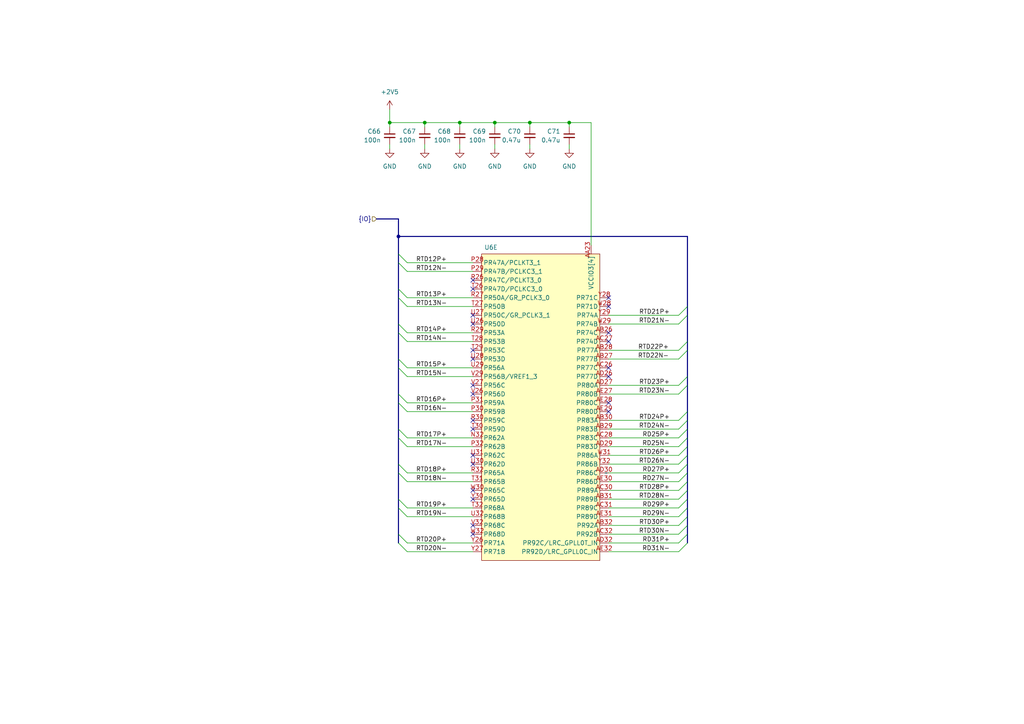
<source format=kicad_sch>
(kicad_sch (version 20250114) (generator "eeschema") (generator_version "9.0")
  (paper "A4")
  (title_block (title "${Project Designation}") (date "2024-06-30") (rev "${Revision}") (comment 1 "${Project Title}") (comment 2 "FPGA BANK 3") (comment 3 "${Part Number}"))
  (lib_symbols
    (symbol "Device:C_Small" (pin_numbers (hide yes)) (pin_names (offset 0.254) (hide yes))
      (property "Reference" "C" (at 0.254 1.778 0))
      (property "Value" "C_Small" (at 0.254 -2.032 0))
      (symbol "C_Small_1_1"
        (pin passive line (at 0 2.54 270) (length 2.032) (name "~") (number "1"))
        (pin passive line (at 0 -2.54 90) (length 2.032) (name "~") (number "2"))
      )
    )
    (symbol "ECAP5-BSOM:LFE5U-85F-*BG756*"
      (property "Reference" "U" (at -1.016 3.81 0))
      (symbol "LFE5U-85F-*BG756*_1_0"
        (pin power_in line (at -5.08 0 0) (length 2.54) (name "VCC[36]") (number "AA12"))
        (pin passive line (at -5.08 0 0) (length 2.54) (hide yes) (name "VCC") (number "AA13"))
        (pin passive line (at -5.08 0 0) (length 2.54) (hide yes) (name "VCC") (number "AA14"))
        (pin passive line (at -5.08 0 0) (length 2.54) (hide yes) (name "VCC") (number "AA15"))
        (pin passive line (at -5.08 0 0) (length 2.54) (hide yes) (name "VCC") (number "AA16"))
        (pin passive line (at -5.08 0 0) (length 2.54) (hide yes) (name "VCC") (number "AA17"))
        (pin passive line (at -5.08 0 0) (length 2.54) (hide yes) (name "VCC") (number "AA18"))
        (pin passive line (at -5.08 0 0) (length 2.54) (hide yes) (name "VCC") (number "AA19"))
        (pin passive line (at -5.08 0 0) (length 2.54) (hide yes) (name "VCC") (number "AA20"))
        (pin passive line (at -5.08 0 0) (length 2.54) (hide yes) (name "VCC") (number "AA21"))
        (pin passive line (at -5.08 0 0) (length 2.54) (hide yes) (name "VCC") (number "M12"))
        (pin passive line (at -5.08 0 0) (length 2.54) (hide yes) (name "VCC") (number "M13"))
        (pin passive line (at -5.08 0 0) (length 2.54) (hide yes) (name "VCC") (number "M14"))
        (pin passive line (at -5.08 0 0) (length 2.54) (hide yes) (name "VCC") (number "M15"))
        (pin passive line (at -5.08 0 0) (length 2.54) (hide yes) (name "VCC") (number "M16"))
        (pin passive line (at -5.08 0 0) (length 2.54) (hide yes) (name "VCC") (number "M17"))
        (pin passive line (at -5.08 0 0) (length 2.54) (hide yes) (name "VCC") (number "M18"))
        (pin passive line (at -5.08 0 0) (length 2.54) (hide yes) (name "VCC") (number "M19"))
        (pin passive line (at -5.08 0 0) (length 2.54) (hide yes) (name "VCC") (number "M20"))
        (pin passive line (at -5.08 0 0) (length 2.54) (hide yes) (name "VCC") (number "M21"))
        (pin passive line (at -5.08 0 0) (length 2.54) (hide yes) (name "VCC") (number "N12"))
        (pin passive line (at -5.08 0 0) (length 2.54) (hide yes) (name "VCC") (number "N21"))
        (pin passive line (at -5.08 0 0) (length 2.54) (hide yes) (name "VCC") (number "P12"))
        (pin passive line (at -5.08 0 0) (length 2.54) (hide yes) (name "VCC") (number "P21"))
        (pin passive line (at -5.08 0 0) (length 2.54) (hide yes) (name "VCC") (number "R12"))
        (pin passive line (at -5.08 0 0) (length 2.54) (hide yes) (name "VCC") (number "R21"))
        (pin passive line (at -5.08 0 0) (length 2.54) (hide yes) (name "VCC") (number "T12"))
        (pin passive line (at -5.08 0 0) (length 2.54) (hide yes) (name "VCC") (number "T21"))
        (pin passive line (at -5.08 0 0) (length 2.54) (hide yes) (name "VCC") (number "U12"))
        (pin passive line (at -5.08 0 0) (length 2.54) (hide yes) (name "VCC") (number "U21"))
        (pin passive line (at -5.08 0 0) (length 2.54) (hide yes) (name "VCC") (number "V12"))
        (pin passive line (at -5.08 0 0) (length 2.54) (hide yes) (name "VCC") (number "V21"))
        (pin passive line (at -5.08 0 0) (length 2.54) (hide yes) (name "VCC") (number "W12"))
        (pin passive line (at -5.08 0 0) (length 2.54) (hide yes) (name "VCC") (number "W21"))
        (pin passive line (at -5.08 0 0) (length 2.54) (hide yes) (name "VCC") (number "Y12"))
        (pin passive line (at -5.08 0 0) (length 2.54) (hide yes) (name "VCC") (number "Y21"))
        (pin power_in line (at 8.89 -15.24 90) (length 2.54) (name "GND[266]") (number "AA11"))
        (pin passive line (at 8.89 -15.24 90) (length 2.54) (hide yes) (name "GND") (number "AA22"))
        (pin passive line (at 8.89 -15.24 90) (length 2.54) (hide yes) (name "GND") (number "AB11"))
        (pin passive line (at 8.89 -15.24 90) (length 2.54) (hide yes) (name "GND") (number "AB12"))
        (pin passive line (at 8.89 -15.24 90) (length 2.54) (hide yes) (name "GND") (number "AB13"))
        (pin passive line (at 8.89 -15.24 90) (length 2.54) (hide yes) (name "GND") (number "AB14"))
        (pin passive line (at 8.89 -15.24 90) (length 2.54) (hide yes) (name "GND") (number "AB15"))
        (pin passive line (at 8.89 -15.24 90) (length 2.54) (hide yes) (name "GND") (number "AB16"))
        (pin passive line (at 8.89 -15.24 90) (length 2.54) (hide yes) (name "GND") (number "AB17"))
        (pin passive line (at 8.89 -15.24 90) (length 2.54) (hide yes) (name "GND") (number "AB18"))
        (pin passive line (at 8.89 -15.24 90) (length 2.54) (hide yes) (name "GND") (number "AB19"))
        (pin passive line (at 8.89 -15.24 90) (length 2.54) (hide yes) (name "GND") (number "AB20"))
        (pin passive line (at 8.89 -15.24 90) (length 2.54) (hide yes) (name "GND") (number "AB21"))
        (pin passive line (at 8.89 -15.24 90) (length 2.54) (hide yes) (name "GND") (number "AB22"))
        (pin passive line (at 8.89 -15.24 90) (length 2.54) (hide yes) (name "GND") (number "AC12"))
        (pin passive line (at 8.89 -15.24 90) (length 2.54) (hide yes) (name "GND") (number "AC13"))
        (pin passive line (at 8.89 -15.24 90) (length 2.54) (hide yes) (name "GND") (number "AC14"))
        (pin passive line (at 8.89 -15.24 90) (length 2.54) (hide yes) (name "GND") (number "AC15"))
        (pin passive line (at 8.89 -15.24 90) (length 2.54) (hide yes) (name "GND") (number "AC16"))
        (pin passive line (at 8.89 -15.24 90) (length 2.54) (hide yes) (name "GND") (number "AC17"))
        (pin passive line (at 8.89 -15.24 90) (length 2.54) (hide yes) (name "GND") (number "AC18"))
        (pin passive line (at 8.89 -15.24 90) (length 2.54) (hide yes) (name "GND") (number "AC19"))
        (pin passive line (at 8.89 -15.24 90) (length 2.54) (hide yes) (name "GND") (number "AC20"))
        (pin passive line (at 8.89 -15.24 90) (length 2.54) (hide yes) (name "GND") (number "AC21"))
        (pin passive line (at 8.89 -15.24 90) (length 2.54) (hide yes) (name "GND") (number "AD2"))
        (pin passive line (at 8.89 -15.24 90) (length 2.54) (hide yes) (name "GND") (number "AD28"))
        (pin passive line (at 8.89 -15.24 90) (length 2.54) (hide yes) (name "GND") (number "AD31"))
        (pin passive line (at 8.89 -15.24 90) (length 2.54) (hide yes) (name "GND") (number "AD5"))
        (pin passive line (at 8.89 -15.24 90) (length 2.54) (hide yes) (name "GND") (number "AF11"))
        (pin passive line (at 8.89 -15.24 90) (length 2.54) (hide yes) (name "GND") (number "AF12"))
        (pin passive line (at 8.89 -15.24 90) (length 2.54) (hide yes) (name "GND") (number "AF14"))
        (pin passive line (at 8.89 -15.24 90) (length 2.54) (hide yes) (name "GND") (number "AF15"))
        (pin passive line (at 8.89 -15.24 90) (length 2.54) (hide yes) (name "GND") (number "AF16"))
        (pin passive line (at 8.89 -15.24 90) (length 2.54) (hide yes) (name "GND") (number "AF17"))
        (pin passive line (at 8.89 -15.24 90) (length 2.54) (hide yes) (name "GND") (number "AF19"))
        (pin passive line (at 8.89 -15.24 90) (length 2.54) (hide yes) (name "GND") (number "AF20"))
        (pin passive line (at 8.89 -15.24 90) (length 2.54) (hide yes) (name "GND") (number "AF22"))
        (pin passive line (at 8.89 -15.24 90) (length 2.54) (hide yes) (name "GND") (number "AF23"))
        (pin passive line (at 8.89 -15.24 90) (length 2.54) (hide yes) (name "GND") (number "AG11"))
        (pin passive line (at 8.89 -15.24 90) (length 2.54) (hide yes) (name "GND") (number "AG12"))
        (pin passive line (at 8.89 -15.24 90) (length 2.54) (hide yes) (name "GND") (number "AG14"))
        (pin passive line (at 8.89 -15.24 90) (length 2.54) (hide yes) (name "GND") (number "AG15"))
        (pin passive line (at 8.89 -15.24 90) (length 2.54) (hide yes) (name "GND") (number "AG16"))
        (pin passive line (at 8.89 -15.24 90) (length 2.54) (hide yes) (name "GND") (number "AG17"))
        (pin passive line (at 8.89 -15.24 90) (length 2.54) (hide yes) (name "GND") (number "AG19"))
        (pin passive line (at 8.89 -15.24 90) (length 2.54) (hide yes) (name "GND") (number "AG20"))
        (pin passive line (at 8.89 -15.24 90) (length 2.54) (hide yes) (name "GND") (number "AG22"))
        (pin passive line (at 8.89 -15.24 90) (length 2.54) (hide yes) (name "GND") (number "AG23"))
        (pin passive line (at 8.89 -15.24 90) (length 2.54) (hide yes) (name "GND") (number "AG9"))
        (pin passive line (at 8.89 -15.24 90) (length 2.54) (hide yes) (name "GND") (number "AH11"))
        (pin passive line (at 8.89 -15.24 90) (length 2.54) (hide yes) (name "GND") (number "AH12"))
        (pin passive line (at 8.89 -15.24 90) (length 2.54) (hide yes) (name "GND") (number "AH14"))
        (pin passive line (at 8.89 -15.24 90) (length 2.54) (hide yes) (name "GND") (number "AH15"))
        (pin passive line (at 8.89 -15.24 90) (length 2.54) (hide yes) (name "GND") (number "AH16"))
        (pin passive line (at 8.89 -15.24 90) (length 2.54) (hide yes) (name "GND") (number "AH17"))
        (pin passive line (at 8.89 -15.24 90) (length 2.54) (hide yes) (name "GND") (number "AH19"))
        (pin passive line (at 8.89 -15.24 90) (length 2.54) (hide yes) (name "GND") (number "AH2"))
        (pin passive line (at 8.89 -15.24 90) (length 2.54) (hide yes) (name "GND") (number "AH20"))
        (pin passive line (at 8.89 -15.24 90) (length 2.54) (hide yes) (name "GND") (number "AH22"))
        (pin passive line (at 8.89 -15.24 90) (length 2.54) (hide yes) (name "GND") (number "AH23"))
        (pin passive line (at 8.89 -15.24 90) (length 2.54) (hide yes) (name "GND") (number "AH24"))
        (pin passive line (at 8.89 -15.24 90) (length 2.54) (hide yes) (name "GND") (number "AH25"))
        (pin passive line (at 8.89 -15.24 90) (length 2.54) (hide yes) (name "GND") (number "AH26"))
        (pin passive line (at 8.89 -15.24 90) (length 2.54) (hide yes) (name "GND") (number "AH29"))
        (pin passive line (at 8.89 -15.24 90) (length 2.54) (hide yes) (name "GND") (number "AH31"))
        (pin passive line (at 8.89 -15.24 90) (length 2.54) (hide yes) (name "GND") (number "AH5"))
        (pin passive line (at 8.89 -15.24 90) (length 2.54) (hide yes) (name "GND") (number "AH7"))
        (pin passive line (at 8.89 -15.24 90) (length 2.54) (hide yes) (name "GND") (number "AH8"))
        (pin passive line (at 8.89 -15.24 90) (length 2.54) (hide yes) (name "GND") (number "AH9"))
        (pin passive line (at 8.89 -15.24 90) (length 2.54) (hide yes) (name "GND") (number "AJ10"))
        (pin passive line (at 8.89 -15.24 90) (length 2.54) (hide yes) (name "GND") (number "AJ11"))
        (pin passive line (at 8.89 -15.24 90) (length 2.54) (hide yes) (name "GND") (number "AJ12"))
        (pin passive line (at 8.89 -15.24 90) (length 2.54) (hide yes) (name "GND") (number "AJ13"))
        (pin passive line (at 8.89 -15.24 90) (length 2.54) (hide yes) (name "GND") (number "AJ14"))
        (pin passive line (at 8.89 -15.24 90) (length 2.54) (hide yes) (name "GND") (number "AJ15"))
        (pin passive line (at 8.89 -15.24 90) (length 2.54) (hide yes) (name "GND") (number "AJ16"))
        (pin passive line (at 8.89 -15.24 90) (length 2.54) (hide yes) (name "GND") (number "AJ17"))
        (pin passive line (at 8.89 -15.24 90) (length 2.54) (hide yes) (name "GND") (number "AJ18"))
        (pin passive line (at 8.89 -15.24 90) (length 2.54) (hide yes) (name "GND") (number "AJ19"))
        (pin passive line (at 8.89 -15.24 90) (length 2.54) (hide yes) (name "GND") (number "AJ20"))
        (pin passive line (at 8.89 -15.24 90) (length 2.54) (hide yes) (name "GND") (number "AJ21"))
        (pin passive line (at 8.89 -15.24 90) (length 2.54) (hide yes) (name "GND") (number "AJ22"))
        (pin passive line (at 8.89 -15.24 90) (length 2.54) (hide yes) (name "GND") (number "AJ23"))
        (pin passive line (at 8.89 -15.24 90) (length 2.54) (hide yes) (name "GND") (number "AJ24"))
        (pin passive line (at 8.89 -15.24 90) (length 2.54) (hide yes) (name "GND") (number "AJ25"))
        (pin passive line (at 8.89 -15.24 90) (length 2.54) (hide yes) (name "GND") (number "AJ26"))
        (pin passive line (at 8.89 -15.24 90) (length 2.54) (hide yes) (name "GND") (number "AJ7"))
        (pin passive line (at 8.89 -15.24 90) (length 2.54) (hide yes) (name "GND") (number "AJ8"))
        (pin passive line (at 8.89 -15.24 90) (length 2.54) (hide yes) (name "GND") (number "AJ9"))
        (pin passive line (at 8.89 -15.24 90) (length 2.54) (hide yes) (name "GND") (number "AK11"))
        (pin passive line (at 8.89 -15.24 90) (length 2.54) (hide yes) (name "GND") (number "AK14"))
        (pin passive line (at 8.89 -15.24 90) (length 2.54) (hide yes) (name "GND") (number "AK17"))
        (pin passive line (at 8.89 -15.24 90) (length 2.54) (hide yes) (name "GND") (number "AK20"))
        (pin passive line (at 8.89 -15.24 90) (length 2.54) (hide yes) (name "GND") (number "AK23"))
        (pin passive line (at 8.89 -15.24 90) (length 2.54) (hide yes) (name "GND") (number "AK26"))
        (pin passive line (at 8.89 -15.24 90) (length 2.54) (hide yes) (name "GND") (number "AK7"))
        (pin passive line (at 8.89 -15.24 90) (length 2.54) (hide yes) (name "GND") (number "AK8"))
        (pin passive line (at 8.89 -15.24 90) (length 2.54) (hide yes) (name "GND") (number "AL11"))
        (pin passive line (at 8.89 -15.24 90) (length 2.54) (hide yes) (name "GND") (number "AL12"))
        (pin passive line (at 8.89 -15.24 90) (length 2.54) (hide yes) (name "GND") (number "AL14"))
        (pin passive line (at 8.89 -15.24 90) (length 2.54) (hide yes) (name "GND") (number "AL15"))
        (pin passive line (at 8.89 -15.24 90) (length 2.54) (hide yes) (name "GND") (number "AL17"))
        (pin passive line (at 8.89 -15.24 90) (length 2.54) (hide yes) (name "GND") (number "AL18"))
        (pin passive line (at 8.89 -15.24 90) (length 2.54) (hide yes) (name "GND") (number "AL2"))
        (pin passive line (at 8.89 -15.24 90) (length 2.54) (hide yes) (name "GND") (number "AL20"))
        (pin passive line (at 8.89 -15.24 90) (length 2.54) (hide yes) (name "GND") (number "AL21"))
        (pin passive line (at 8.89 -15.24 90) (length 2.54) (hide yes) (name "GND") (number "AL23"))
        (pin passive line (at 8.89 -15.24 90) (length 2.54) (hide yes) (name "GND") (number "AL24"))
        (pin passive line (at 8.89 -15.24 90) (length 2.54) (hide yes) (name "GND") (number "AL26"))
        (pin passive line (at 8.89 -15.24 90) (length 2.54) (hide yes) (name "GND") (number "AL29"))
        (pin passive line (at 8.89 -15.24 90) (length 2.54) (hide yes) (name "GND") (number "AL31"))
        (pin passive line (at 8.89 -15.24 90) (length 2.54) (hide yes) (name "GND") (number "AL5"))
        (pin passive line (at 8.89 -15.24 90) (length 2.54) (hide yes) (name "GND") (number "AL7"))
        (pin passive line (at 8.89 -15.24 90) (length 2.54) (hide yes) (name "GND") (number "AL8"))
        (pin passive line (at 8.89 -15.24 90) (length 2.54) (hide yes) (name "GND") (number "AL9"))
        (pin passive line (at 8.89 -15.24 90) (length 2.54) (hide yes) (name "GND") (number "AM11"))
        (pin passive line (at 8.89 -15.24 90) (length 2.54) (hide yes) (name "GND") (number "AM12"))
        (pin passive line (at 8.89 -15.24 90) (length 2.54) (hide yes) (name "GND") (number "AM14"))
        (pin passive line (at 8.89 -15.24 90) (length 2.54) (hide yes) (name "GND") (number "AM15"))
        (pin passive line (at 8.89 -15.24 90) (length 2.54) (hide yes) (name "GND") (number "AM17"))
        (pin passive line (at 8.89 -15.24 90) (length 2.54) (hide yes) (name "GND") (number "AM18"))
        (pin passive line (at 8.89 -15.24 90) (length 2.54) (hide yes) (name "GND") (number "AM20"))
        (pin passive line (at 8.89 -15.24 90) (length 2.54) (hide yes) (name "GND") (number "AM21"))
        (pin passive line (at 8.89 -15.24 90) (length 2.54) (hide yes) (name "GND") (number "AM23"))
        (pin passive line (at 8.89 -15.24 90) (length 2.54) (hide yes) (name "GND") (number "AM24"))
        (pin passive line (at 8.89 -15.24 90) (length 2.54) (hide yes) (name "GND") (number "AM26"))
        (pin passive line (at 8.89 -15.24 90) (length 2.54) (hide yes) (name "GND") (number "AM7"))
        (pin passive line (at 8.89 -15.24 90) (length 2.54) (hide yes) (name "GND") (number "AM8"))
        (pin passive line (at 8.89 -15.24 90) (length 2.54) (hide yes) (name "GND") (number "AM9"))
        (pin passive line (at 8.89 -15.24 90) (length 2.54) (hide yes) (name "GND") (number "B13"))
        (pin passive line (at 8.89 -15.24 90) (length 2.54) (hide yes) (name "GND") (number "B15"))
        (pin passive line (at 8.89 -15.24 90) (length 2.54) (hide yes) (name "GND") (number "B18"))
        (pin passive line (at 8.89 -15.24 90) (length 2.54) (hide yes) (name "GND") (number "B2"))
        (pin passive line (at 8.89 -15.24 90) (length 2.54) (hide yes) (name "GND") (number "B20"))
        (pin passive line (at 8.89 -15.24 90) (length 2.54) (hide yes) (name "GND") (number "B24"))
        (pin passive line (at 8.89 -15.24 90) (length 2.54) (hide yes) (name "GND") (number "B28"))
        (pin passive line (at 8.89 -15.24 90) (length 2.54) (hide yes) (name "GND") (number "B31"))
        (pin passive line (at 8.89 -15.24 90) (length 2.54) (hide yes) (name "GND") (number "B5"))
        (pin passive line (at 8.89 -15.24 90) (length 2.54) (hide yes) (name "GND") (number "B9"))
        (pin passive line (at 8.89 -15.24 90) (length 2.54) (hide yes) (name "GND") (number "E13"))
        (pin passive line (at 8.89 -15.24 90) (length 2.54) (hide yes) (name "GND") (number "E15"))
        (pin passive line (at 8.89 -15.24 90) (length 2.54) (hide yes) (name "GND") (number "E18"))
        (pin passive line (at 8.89 -15.24 90) (length 2.54) (hide yes) (name "GND") (number "E2"))
        (pin passive line (at 8.89 -15.24 90) (length 2.54) (hide yes) (name "GND") (number "E20"))
        (pin passive line (at 8.89 -15.24 90) (length 2.54) (hide yes) (name "GND") (number "E24"))
        (pin passive line (at 8.89 -15.24 90) (length 2.54) (hide yes) (name "GND") (number "E28"))
        (pin passive line (at 8.89 -15.24 90) (length 2.54) (hide yes) (name "GND") (number "E31"))
        (pin passive line (at 8.89 -15.24 90) (length 2.54) (hide yes) (name "GND") (number "E5"))
        (pin passive line (at 8.89 -15.24 90) (length 2.54) (hide yes) (name "GND") (number "E9"))
        (pin passive line (at 8.89 -15.24 90) (length 2.54) (hide yes) (name "GND") (number "J2"))
        (pin passive line (at 8.89 -15.24 90) (length 2.54) (hide yes) (name "GND") (number "J28"))
        (pin passive line (at 8.89 -15.24 90) (length 2.54) (hide yes) (name "GND") (number "J31"))
        (pin passive line (at 8.89 -15.24 90) (length 2.54) (hide yes) (name "GND") (number "J5"))
        (pin passive line (at 8.89 -15.24 90) (length 2.54) (hide yes) (name "GND") (number "K10"))
        (pin passive line (at 8.89 -15.24 90) (length 2.54) (hide yes) (name "GND") (number "K11"))
        (pin passive line (at 8.89 -15.24 90) (length 2.54) (hide yes) (name "GND") (number "K22"))
        (pin passive line (at 8.89 -15.24 90) (length 2.54) (hide yes) (name "GND") (number "K23"))
        (pin passive line (at 8.89 -15.24 90) (length 2.54) (hide yes) (name "GND") (number "L10"))
        (pin passive line (at 8.89 -15.24 90) (length 2.54) (hide yes) (name "GND") (number "L11"))
        (pin passive line (at 8.89 -15.24 90) (length 2.54) (hide yes) (name "GND") (number "L12"))
        (pin passive line (at 8.89 -15.24 90) (length 2.54) (hide yes) (name "GND") (number "L13"))
        (pin passive line (at 8.89 -15.24 90) (length 2.54) (hide yes) (name "GND") (number "L14"))
        (pin passive line (at 8.89 -15.24 90) (length 2.54) (hide yes) (name "GND") (number "L15"))
        (pin passive line (at 8.89 -15.24 90) (length 2.54) (hide yes) (name "GND") (number "L16"))
        (pin passive line (at 8.89 -15.24 90) (length 2.54) (hide yes) (name "GND") (number "L17"))
        (pin passive line (at 8.89 -15.24 90) (length 2.54) (hide yes) (name "GND") (number "L18"))
        (pin passive line (at 8.89 -15.24 90) (length 2.54) (hide yes) (name "GND") (number "L19"))
        (pin passive line (at 8.89 -15.24 90) (length 2.54) (hide yes) (name "GND") (number "L20"))
        (pin passive line (at 8.89 -15.24 90) (length 2.54) (hide yes) (name "GND") (number "L21"))
        (pin passive line (at 8.89 -15.24 90) (length 2.54) (hide yes) (name "GND") (number "L22"))
        (pin passive line (at 8.89 -15.24 90) (length 2.54) (hide yes) (name "GND") (number "L23"))
        (pin passive line (at 8.89 -15.24 90) (length 2.54) (hide yes) (name "GND") (number "M11"))
        (pin passive line (at 8.89 -15.24 90) (length 2.54) (hide yes) (name "GND") (number "M22"))
        (pin passive line (at 8.89 -15.24 90) (length 2.54) (hide yes) (name "GND") (number "N11"))
        (pin passive line (at 8.89 -15.24 90) (length 2.54) (hide yes) (name "GND") (number "N13"))
        (pin passive line (at 8.89 -15.24 90) (length 2.54) (hide yes) (name "GND") (number "N14"))
        (pin passive line (at 8.89 -15.24 90) (length 2.54) (hide yes) (name "GND") (number "N15"))
        (pin passive line (at 8.89 -15.24 90) (length 2.54) (hide yes) (name "GND") (number "N16"))
        (pin passive line (at 8.89 -15.24 90) (length 2.54) (hide yes) (name "GND") (number "N17"))
        (pin passive line (at 8.89 -15.24 90) (length 2.54) (hide yes) (name "GND") (number "N18"))
        (pin passive line (at 8.89 -15.24 90) (length 2.54) (hide yes) (name "GND") (number "N19"))
        (pin passive line (at 8.89 -15.24 90) (length 2.54) (hide yes) (name "GND") (number "N2"))
        (pin passive line (at 8.89 -15.24 90) (length 2.54) (hide yes) (name "GND") (number "N20"))
        (pin passive line (at 8.89 -15.24 90) (length 2.54) (hide yes) (name "GND") (number "N22"))
        (pin passive line (at 8.89 -15.24 90) (length 2.54) (hide yes) (name "GND") (number "N28"))
        (pin passive line (at 8.89 -15.24 90) (length 2.54) (hide yes) (name "GND") (number "N31"))
        (pin passive line (at 8.89 -15.24 90) (length 2.54) (hide yes) (name "GND") (number "N5"))
        (pin passive line (at 8.89 -15.24 90) (length 2.54) (hide yes) (name "GND") (number "P11"))
        (pin passive line (at 8.89 -15.24 90) (length 2.54) (hide yes) (name "GND") (number "P13"))
        (pin passive line (at 8.89 -15.24 90) (length 2.54) (hide yes) (name "GND") (number "P14"))
        (pin passive line (at 8.89 -15.24 90) (length 2.54) (hide yes) (name "GND") (number "P15"))
        (pin passive line (at 8.89 -15.24 90) (length 2.54) (hide yes) (name "GND") (number "P16"))
        (pin passive line (at 8.89 -15.24 90) (length 2.54) (hide yes) (name "GND") (number "P17"))
        (pin passive line (at 8.89 -15.24 90) (length 2.54) (hide yes) (name "GND") (number "P18"))
        (pin passive line (at 8.89 -15.24 90) (length 2.54) (hide yes) (name "GND") (number "P19"))
        (pin passive line (at 8.89 -15.24 90) (length 2.54) (hide yes) (name "GND") (number "P20"))
        (pin passive line (at 8.89 -15.24 90) (length 2.54) (hide yes) (name "GND") (number "P22"))
        (pin passive line (at 8.89 -15.24 90) (length 2.54) (hide yes) (name "GND") (number "R11"))
        (pin passive line (at 8.89 -15.24 90) (length 2.54) (hide yes) (name "GND") (number "R13"))
        (pin passive line (at 8.89 -15.24 90) (length 2.54) (hide yes) (name "GND") (number "R14"))
        (pin passive line (at 8.89 -15.24 90) (length 2.54) (hide yes) (name "GND") (number "R15"))
        (pin passive line (at 8.89 -15.24 90) (length 2.54) (hide yes) (name "GND") (number "R16"))
        (pin passive line (at 8.89 -15.24 90) (length 2.54) (hide yes) (name "GND") (number "R17"))
        (pin passive line (at 8.89 -15.24 90) (length 2.54) (hide yes) (name "GND") (number "R18"))
        (pin passive line (at 8.89 -15.24 90) (length 2.54) (hide yes) (name "GND") (number "R19"))
        (pin passive line (at 8.89 -15.24 90) (length 2.54) (hide yes) (name "GND") (number "R2"))
        (pin passive line (at 8.89 -15.24 90) (length 2.54) (hide yes) (name "GND") (number "R20"))
        (pin passive line (at 8.89 -15.24 90) (length 2.54) (hide yes) (name "GND") (number "R22"))
        (pin passive line (at 8.89 -15.24 90) (length 2.54) (hide yes) (name "GND") (number "R28"))
        (pin passive line (at 8.89 -15.24 90) (length 2.54) (hide yes) (name "GND") (number "R31"))
        (pin passive line (at 8.89 -15.24 90) (length 2.54) (hide yes) (name "GND") (number "R5"))
        (pin passive line (at 8.89 -15.24 90) (length 2.54) (hide yes) (name "GND") (number "T11"))
        (pin passive line (at 8.89 -15.24 90) (length 2.54) (hide yes) (name "GND") (number "T13"))
        (pin passive line (at 8.89 -15.24 90) (length 2.54) (hide yes) (name "GND") (number "T14"))
        (pin passive line (at 8.89 -15.24 90) (length 2.54) (hide yes) (name "GND") (number "T15"))
        (pin passive line (at 8.89 -15.24 90) (length 2.54) (hide yes) (name "GND") (number "T16"))
        (pin passive line (at 8.89 -15.24 90) (length 2.54) (hide yes) (name "GND") (number "T17"))
        (pin passive line (at 8.89 -15.24 90) (length 2.54) (hide yes) (name "GND") (number "T18"))
        (pin passive line (at 8.89 -15.24 90) (length 2.54) (hide yes) (name "GND") (number "T19"))
        (pin passive line (at 8.89 -15.24 90) (length 2.54) (hide yes) (name "GND") (number "T20"))
        (pin passive line (at 8.89 -15.24 90) (length 2.54) (hide yes) (name "GND") (number "T22"))
        (pin passive line (at 8.89 -15.24 90) (length 2.54) (hide yes) (name "GND") (number "U11"))
        (pin passive line (at 8.89 -15.24 90) (length 2.54) (hide yes) (name "GND") (number "U13"))
        (pin passive line (at 8.89 -15.24 90) (length 2.54) (hide yes) (name "GND") (number "U14"))
        (pin passive line (at 8.89 -15.24 90) (length 2.54) (hide yes) (name "GND") (number "U15"))
        (pin passive line (at 8.89 -15.24 90) (length 2.54) (hide yes) (name "GND") (number "U16"))
        (pin passive line (at 8.89 -15.24 90) (length 2.54) (hide yes) (name "GND") (number "U17"))
        (pin passive line (at 8.89 -15.24 90) (length 2.54) (hide yes) (name "GND") (number "U18"))
        (pin passive line (at 8.89 -15.24 90) (length 2.54) (hide yes) (name "GND") (number "U19"))
        (pin passive line (at 8.89 -15.24 90) (length 2.54) (hide yes) (name "GND") (number "U20"))
        (pin passive line (at 8.89 -15.24 90) (length 2.54) (hide yes) (name "GND") (number "U22"))
        (pin passive line (at 8.89 -15.24 90) (length 2.54) (hide yes) (name "GND") (number "V11"))
        (pin passive line (at 8.89 -15.24 90) (length 2.54) (hide yes) (name "GND") (number "V13"))
        (pin passive line (at 8.89 -15.24 90) (length 2.54) (hide yes) (name "GND") (number "V14"))
        (pin passive line (at 8.89 -15.24 90) (length 2.54) (hide yes) (name "GND") (number "V15"))
        (pin passive line (at 8.89 -15.24 90) (length 2.54) (hide yes) (name "GND") (number "V16"))
        (pin passive line (at 8.89 -15.24 90) (length 2.54) (hide yes) (name "GND") (number "V17"))
        (pin passive line (at 8.89 -15.24 90) (length 2.54) (hide yes) (name "GND") (number "V18"))
        (pin passive line (at 8.89 -15.24 90) (length 2.54) (hide yes) (name "GND") (number "V19"))
        (pin passive line (at 8.89 -15.24 90) (length 2.54) (hide yes) (name "GND") (number "V2"))
        (pin passive line (at 8.89 -15.24 90) (length 2.54) (hide yes) (name "GND") (number "V20"))
        (pin passive line (at 8.89 -15.24 90) (length 2.54) (hide yes) (name "GND") (number "V22"))
        (pin passive line (at 8.89 -15.24 90) (length 2.54) (hide yes) (name "GND") (number "V28"))
        (pin passive line (at 8.89 -15.24 90) (length 2.54) (hide yes) (name "GND") (number "V31"))
        (pin passive line (at 8.89 -15.24 90) (length 2.54) (hide yes) (name "GND") (number "V5"))
        (pin passive line (at 8.89 -15.24 90) (length 2.54) (hide yes) (name "GND") (number "W11"))
        (pin passive line (at 8.89 -15.24 90) (length 2.54) (hide yes) (name "GND") (number "W13"))
        (pin passive line (at 8.89 -15.24 90) (length 2.54) (hide yes) (name "GND") (number "W14"))
        (pin passive line (at 8.89 -15.24 90) (length 2.54) (hide yes) (name "GND") (number "W15"))
        (pin passive line (at 8.89 -15.24 90) (length 2.54) (hide yes) (name "GND") (number "W16"))
        (pin passive line (at 8.89 -15.24 90) (length 2.54) (hide yes) (name "GND") (number "W17"))
        (pin passive line (at 8.89 -15.24 90) (length 2.54) (hide yes) (name "GND") (number "W18"))
        (pin passive line (at 8.89 -15.24 90) (length 2.54) (hide yes) (name "GND") (number "W19"))
        (pin passive line (at 8.89 -15.24 90) (length 2.54) (hide yes) (name "GND") (number "W20"))
        (pin passive line (at 8.89 -15.24 90) (length 2.54) (hide yes) (name "GND") (number "W22"))
        (pin passive line (at 8.89 -15.24 90) (length 2.54) (hide yes) (name "GND") (number "Y11"))
        (pin passive line (at 8.89 -15.24 90) (length 2.54) (hide yes) (name "GND") (number "Y13"))
        (pin passive line (at 8.89 -15.24 90) (length 2.54) (hide yes) (name "GND") (number "Y14"))
        (pin passive line (at 8.89 -15.24 90) (length 2.54) (hide yes) (name "GND") (number "Y15"))
        (pin passive line (at 8.89 -15.24 90) (length 2.54) (hide yes) (name "GND") (number "Y16"))
        (pin passive line (at 8.89 -15.24 90) (length 2.54) (hide yes) (name "GND") (number "Y17"))
        (pin passive line (at 8.89 -15.24 90) (length 2.54) (hide yes) (name "GND") (number "Y18"))
        (pin passive line (at 8.89 -15.24 90) (length 2.54) (hide yes) (name "GND") (number "Y19"))
        (pin passive line (at 8.89 -15.24 90) (length 2.54) (hide yes) (name "GND") (number "Y2"))
        (pin passive line (at 8.89 -15.24 90) (length 2.54) (hide yes) (name "GND") (number "Y20"))
        (pin passive line (at 8.89 -15.24 90) (length 2.54) (hide yes) (name "GND") (number "Y22"))
        (pin passive line (at 8.89 -15.24 90) (length 2.54) (hide yes) (name "GND") (number "Y31"))
        (pin no_connect line (at 15.24 -15.24 90) (length 2.54) (hide yes) (name "RESERVED") (number "AK10"))
        (pin no_connect line (at 15.24 -15.24 90) (length 2.54) (hide yes) (name "RESERVED") (number "AK12"))
        (pin no_connect line (at 15.24 -15.24 90) (length 2.54) (hide yes) (name "RESERVED") (number "AK13"))
        (pin no_connect line (at 15.24 -15.24 90) (length 2.54) (hide yes) (name "RESERVED") (number "AK15"))
        (pin no_connect line (at 15.24 -15.24 90) (length 2.54) (hide yes) (name "RESERVED") (number "AK16"))
        (pin no_connect line (at 15.24 -15.24 90) (length 2.54) (hide yes) (name "RESERVED") (number "AK18"))
        (pin no_connect line (at 15.24 -15.24 90) (length 2.54) (hide yes) (name "RESERVED") (number "AK19"))
        (pin no_connect line (at 15.24 -15.24 90) (length 2.54) (hide yes) (name "RESERVED") (number "AK21"))
        (pin no_connect line (at 15.24 -15.24 90) (length 2.54) (hide yes) (name "RESERVED") (number "AK22"))
        (pin no_connect line (at 15.24 -15.24 90) (length 2.54) (hide yes) (name "RESERVED") (number "AK24"))
        (pin no_connect line (at 15.24 -15.24 90) (length 2.54) (hide yes) (name "RESERVED") (number "AK25"))
        (pin no_connect line (at 15.24 -15.24 90) (length 2.54) (hide yes) (name "RESERVED") (number "AK9"))
        (pin no_connect line (at 17.78 -15.24 90) (length 2.54) (hide yes) (name "NC") (number "AC29"))
        (pin no_connect line (at 17.78 -15.24 90) (length 2.54) (hide yes) (name "NC") (number "AC4"))
        (pin no_connect line (at 17.78 -15.24 90) (length 2.54) (hide yes) (name "NC") (number "AE26"))
        (pin no_connect line (at 17.78 -15.24 90) (length 2.54) (hide yes) (name "NC") (number "AE7"))
        (pin no_connect line (at 17.78 -15.24 90) (length 2.54) (hide yes) (name "NC") (number "AG2"))
        (pin no_connect line (at 17.78 -15.24 90) (length 2.54) (hide yes) (name "NC") (number "AG24"))
        (pin no_connect line (at 17.78 -15.24 90) (length 2.54) (hide yes) (name "NC") (number "AG31"))
        (pin no_connect line (at 17.78 -15.24 90) (length 2.54) (hide yes) (name "NC") (number "E26"))
        (pin no_connect line (at 17.78 -15.24 90) (length 2.54) (hide yes) (name "NC") (number "E7"))
        (pin no_connect line (at 17.78 -15.24 90) (length 2.54) (hide yes) (name "NC") (number "G10"))
        (pin no_connect line (at 17.78 -15.24 90) (length 2.54) (hide yes) (name "NC") (number "G11"))
        (pin no_connect line (at 17.78 -15.24 90) (length 2.54) (hide yes) (name "NC") (number "G14"))
        (pin no_connect line (at 17.78 -15.24 90) (length 2.54) (hide yes) (name "NC") (number "G15"))
        (pin no_connect line (at 17.78 -15.24 90) (length 2.54) (hide yes) (name "NC") (number "G16"))
        (pin no_connect line (at 17.78 -15.24 90) (length 2.54) (hide yes) (name "NC") (number "G17"))
        (pin no_connect line (at 17.78 -15.24 90) (length 2.54) (hide yes) (name "NC") (number "G18"))
        (pin no_connect line (at 17.78 -15.24 90) (length 2.54) (hide yes) (name "NC") (number "G19"))
        (pin no_connect line (at 17.78 -15.24 90) (length 2.54) (hide yes) (name "NC") (number "G22"))
        (pin no_connect line (at 17.78 -15.24 90) (length 2.54) (hide yes) (name "NC") (number "G23"))
        (pin no_connect line (at 17.78 -15.24 90) (length 2.54) (hide yes) (name "NC") (number "G24"))
        (pin no_connect line (at 17.78 -15.24 90) (length 2.54) (hide yes) (name "NC") (number "G9"))
        (pin no_connect line (at 17.78 -15.24 90) (length 2.54) (hide yes) (name "NC") (number "H29"))
        (pin no_connect line (at 17.78 -15.24 90) (length 2.54) (hide yes) (name "NC") (number "H4"))
        (pin no_connect line (at 17.78 -15.24 90) (length 2.54) (hide yes) (name "NC") (number "L28"))
        (pin no_connect line (at 17.78 -15.24 90) (length 2.54) (hide yes) (name "NC") (number "L5"))
        (pin no_connect line (at 17.78 -15.24 90) (length 2.54) (hide yes) (name "NC") (number "V3"))
        (pin no_connect line (at 17.78 -15.24 90) (length 2.54) (hide yes) (name "NC") (number "V30"))
        (pin no_connect line (at 17.78 -15.24 90) (length 2.54) (hide yes) (name "NC") (number "W27"))
        (pin no_connect line (at 17.78 -15.24 90) (length 2.54) (hide yes) (name "NC") (number "W6"))
        (pin power_in line (at 22.86 0 180) (length 2.54) (name "VCCAUX[8]") (number "AC11"))
        (pin passive line (at 22.86 0 180) (length 2.54) (hide yes) (name "VCCAUX") (number "AC22"))
        (pin passive line (at 22.86 0 180) (length 2.54) (hide yes) (name "VCCAUX") (number "K13"))
        (pin passive line (at 22.86 0 180) (length 2.54) (hide yes) (name "VCCAUX") (number "K20"))
        (pin passive line (at 22.86 0 180) (length 2.54) (hide yes) (name "VCCAUX") (number "N10"))
        (pin passive line (at 22.86 0 180) (length 2.54) (hide yes) (name "VCCAUX") (number "N23"))
        (pin passive line (at 22.86 0 180) (length 2.54) (hide yes) (name "VCCAUX") (number "Y10"))
        (pin passive line (at 22.86 0 180) (length 2.54) (hide yes) (name "VCCAUX") (number "Y23"))
      )
      (symbol "LFE5U-85F-*BG756*_2_0"
        (pin bidirectional line (at -3.81 0 0) (length 2.54) (name "PT4A/ULC_GPLL1T_IN") (number "B3"))
        (pin bidirectional line (at -3.81 -2.54 0) (length 2.54) (name "PT4B/ULC_GPLL1C_IN") (number "B4"))
        (pin bidirectional line (at -3.81 -5.08 0) (length 2.54) (name "PT6A") (number "A2"))
        (pin bidirectional line (at -3.81 -7.62 0) (length 2.54) (name "PT6B") (number "A3"))
        (pin bidirectional line (at -3.81 -10.16 0) (length 2.54) (name "PT9A") (number "A4"))
        (pin bidirectional line (at -3.81 -12.7 0) (length 2.54) (name "PT9B") (number "A5"))
        (pin bidirectional line (at -3.81 -15.24 0) (length 2.54) (name "PT11A") (number "D7"))
        (pin bidirectional line (at -3.81 -17.78 0) (length 2.54) (name "PT11B") (number "C7"))
        (pin bidirectional line (at -3.81 -20.32 0) (length 2.54) (name "PT13A") (number "B7"))
        (pin bidirectional line (at -3.81 -22.86 0) (length 2.54) (name "PT13B") (number "A7"))
        (pin bidirectional line (at -3.81 -25.4 0) (length 2.54) (name "PT15A") (number "F8"))
        (pin bidirectional line (at -3.81 -27.94 0) (length 2.54) (name "PT15B") (number "E8"))
        (pin bidirectional line (at -3.81 -30.48 0) (length 2.54) (name "PT18A") (number "D8"))
        (pin bidirectional line (at -3.81 -33.02 0) (length 2.54) (name "PT18B") (number "C8"))
        (pin bidirectional line (at -3.81 -35.56 0) (length 2.54) (name "PT20A") (number "B8"))
        (pin bidirectional line (at -3.81 -38.1 0) (length 2.54) (name "PT20B") (number "A8"))
        (pin bidirectional line (at -3.81 -40.64 0) (length 2.54) (name "PT22A") (number "F9"))
        (pin bidirectional line (at -3.81 -43.18 0) (length 2.54) (name "PT22B") (number "D9"))
        (pin bidirectional line (at -3.81 -45.72 0) (length 2.54) (name "PT24A") (number "C9"))
        (pin bidirectional line (at -3.81 -48.26 0) (length 2.54) (name "PT24B") (number "A9"))
        (pin bidirectional line (at -3.81 -50.8 0) (length 2.54) (name "PT27A") (number "F10"))
        (pin bidirectional line (at -3.81 -53.34 0) (length 2.54) (name "PT27B") (number "E10"))
        (pin bidirectional line (at -3.81 -55.88 0) (length 2.54) (name "PT29A") (number "D10"))
        (pin bidirectional line (at -3.81 -58.42 0) (length 2.54) (name "PT29B") (number "C10"))
        (pin bidirectional line (at -3.81 -60.96 0) (length 2.54) (name "PT31A") (number "B10"))
        (pin bidirectional line (at -3.81 -63.5 0) (length 2.54) (name "PT31B") (number "A10"))
        (pin bidirectional line (at -3.81 -66.04 0) (length 2.54) (name "PT33A") (number "F11"))
        (pin bidirectional line (at -3.81 -68.58 0) (length 2.54) (name "PT33B") (number "E11"))
        (pin bidirectional line (at -3.81 -71.12 0) (length 2.54) (name "PT36A") (number "D11"))
        (pin bidirectional line (at -3.81 -73.66 0) (length 2.54) (name "PT36B") (number "C11"))
        (pin power_in line (at 30.48 5.08 270) (length 2.54) (name "VCCIO0[4]") (number "K12"))
        (pin passive line (at 30.48 5.08 270) (length 2.54) (hide yes) (name "VCCIO0") (number "K14"))
        (pin passive line (at 30.48 5.08 270) (length 2.54) (hide yes) (name "VCCIO0") (number "K15"))
        (pin passive line (at 30.48 5.08 270) (length 2.54) (hide yes) (name "VCCIO0") (number "K16"))
        (pin bidirectional line (at 35.56 -10.16 180) (length 2.54) (name "PT38A") (number "B11"))
        (pin bidirectional line (at 35.56 -12.7 180) (length 2.54) (name "PT38B") (number "A11"))
        (pin bidirectional line (at 35.56 -15.24 180) (length 2.54) (name "PT40A") (number "F13"))
        (pin bidirectional line (at 35.56 -17.78 180) (length 2.54) (name "PT40B") (number "D13"))
        (pin bidirectional line (at 35.56 -20.32 180) (length 2.54) (name "PT42A") (number "C13"))
        (pin bidirectional line (at 35.56 -22.86 180) (length 2.54) (name "PT42B") (number "A13"))
        (pin bidirectional line (at 35.56 -25.4 180) (length 2.54) (name "PT45A") (number "F14"))
        (pin bidirectional line (at 35.56 -27.94 180) (length 2.54) (name "PT45B") (number "E14"))
        (pin bidirectional line (at 35.56 -30.48 180) (length 2.54) (name "PT47A") (number "D14"))
        (pin bidirectional line (at 35.56 -33.02 180) (length 2.54) (name "PT47B") (number "C14"))
        (pin bidirectional line (at 35.56 -35.56 180) (length 2.54) (name "PT49A") (number "B14"))
        (pin bidirectional line (at 35.56 -38.1 180) (length 2.54) (name "PT49B") (number "A14"))
        (pin bidirectional line (at 35.56 -40.64 180) (length 2.54) (name "PT51A") (number "F15"))
        (pin bidirectional line (at 35.56 -43.18 180) (length 2.54) (name "PT51B") (number "D15"))
        (pin bidirectional line (at 35.56 -45.72 180) (length 2.54) (name "PT54A") (number "C15"))
        (pin bidirectional line (at 35.56 -48.26 180) (length 2.54) (name "PT54B") (number "A15"))
        (pin bidirectional line (at 35.56 -50.8 180) (length 2.54) (name "PT56A") (number "F16"))
        (pin bidirectional line (at 35.56 -53.34 180) (length 2.54) (name "PT56B") (number "E16"))
        (pin bidirectional line (at 35.56 -55.88 180) (length 2.54) (name "PT58A") (number "D16"))
        (pin bidirectional line (at 35.56 -58.42 180) (length 2.54) (name "PT58B") (number "C16"))
        (pin bidirectional line (at 35.56 -60.96 180) (length 2.54) (name "PT60A/GR_PCLK0_1") (number "B16"))
        (pin bidirectional line (at 35.56 -63.5 180) (length 2.54) (name "PT60B/GR_PCLK0_0") (number "A16"))
        (pin bidirectional line (at 35.56 -66.04 180) (length 2.54) (name "PT63A/PCLKT0_1") (number "A17"))
        (pin bidirectional line (at 35.56 -68.58 180) (length 2.54) (name "PT63B/PCLKC0_1") (number "B17"))
        (pin bidirectional line (at 35.56 -71.12 180) (length 2.54) (name "PT65A/PCLKT0_0") (number "C17"))
        (pin bidirectional line (at 35.56 -73.66 180) (length 2.54) (name "PT65B/PCLKC0_0") (number "D17"))
      )
      (symbol "LFE5U-85F-*BG756*_3_0"
        (pin bidirectional line (at -3.81 0 0) (length 2.54) (name "PT69A/PCLKT1_1") (number "E17"))
        (pin bidirectional line (at -3.81 -2.54 0) (length 2.54) (name "PT69B/PCLKC1_1") (number "F17"))
        (pin bidirectional line (at -3.81 -5.08 0) (length 2.54) (name "PT71A/PCLKT1_0") (number "A18"))
        (pin bidirectional line (at -3.81 -7.62 0) (length 2.54) (name "PT71B/PCLKC1_0") (number "C18"))
        (pin bidirectional line (at -3.81 -10.16 0) (length 2.54) (name "PT74A/GR_PCLK1_0") (number "D18"))
        (pin bidirectional line (at -3.81 -12.7 0) (length 2.54) (name "PT74B/GR_PCLK1_1") (number "F18"))
        (pin bidirectional line (at -3.81 -15.24 0) (length 2.54) (name "PT76A") (number "A19"))
        (pin bidirectional line (at -3.81 -17.78 0) (length 2.54) (name "PT76B") (number "B19"))
        (pin bidirectional line (at -3.81 -20.32 0) (length 2.54) (name "PT78A") (number "C19"))
        (pin bidirectional line (at -3.81 -22.86 0) (length 2.54) (name "PT78B") (number "D19"))
        (pin bidirectional line (at -3.81 -25.4 0) (length 2.54) (name "PT80A") (number "E19"))
        (pin bidirectional line (at -3.81 -27.94 0) (length 2.54) (name "PT80B") (number "F19"))
        (pin bidirectional line (at -3.81 -30.48 0) (length 2.54) (name "PT83A") (number "A20"))
        (pin bidirectional line (at -3.81 -33.02 0) (length 2.54) (name "PT83B") (number "C20"))
        (pin bidirectional line (at -3.81 -35.56 0) (length 2.54) (name "PT85A") (number "D20"))
        (pin bidirectional line (at -3.81 -38.1 0) (length 2.54) (name "PT85B") (number "F20"))
        (pin bidirectional line (at -3.81 -40.64 0) (length 2.54) (name "PT87A") (number "A22"))
        (pin bidirectional line (at -3.81 -43.18 0) (length 2.54) (name "PT87B") (number "B22"))
        (pin bidirectional line (at -3.81 -45.72 0) (length 2.54) (name "PT89A") (number "C22"))
        (pin bidirectional line (at -3.81 -48.26 0) (length 2.54) (name "PT89B") (number "D22"))
        (pin bidirectional line (at -3.81 -50.8 0) (length 2.54) (name "PT92A") (number "E22"))
        (pin bidirectional line (at -3.81 -53.34 0) (length 2.54) (name "PT92B") (number "F22"))
        (pin bidirectional line (at -3.81 -55.88 0) (length 2.54) (name "PT94A") (number "A23"))
        (pin bidirectional line (at -3.81 -58.42 0) (length 2.54) (name "PT94B") (number "B23"))
        (pin bidirectional line (at -3.81 -60.96 0) (length 2.54) (name "PT96A") (number "C23"))
        (pin bidirectional line (at -3.81 -63.5 0) (length 2.54) (name "PT96B") (number "D23"))
        (pin bidirectional line (at -3.81 -66.04 0) (length 2.54) (name "PT98A") (number "E23"))
        (pin bidirectional line (at -3.81 -68.58 0) (length 2.54) (name "PT98B") (number "F23"))
        (pin bidirectional line (at -3.81 -71.12 0) (length 2.54) (name "PT101A") (number "A24"))
        (pin bidirectional line (at -3.81 -73.66 0) (length 2.54) (name "PT101B") (number "C24"))
        (pin power_in line (at 30.48 5.08 270) (length 2.54) (name "VCCIO1[4]") (number "K17"))
        (pin passive line (at 30.48 5.08 270) (length 2.54) (hide yes) (name "VCCIO1") (number "K18"))
        (pin passive line (at 30.48 5.08 270) (length 2.54) (hide yes) (name "VCCIO1") (number "K19"))
        (pin passive line (at 30.48 5.08 270) (length 2.54) (hide yes) (name "VCCIO1") (number "K21"))
        (pin bidirectional line (at 35.56 -30.48 180) (length 2.54) (name "PT103A") (number "D24"))
        (pin bidirectional line (at 35.56 -33.02 180) (length 2.54) (name "PT103B") (number "F24"))
        (pin bidirectional line (at 35.56 -35.56 180) (length 2.54) (name "PT105A") (number "A25"))
        (pin bidirectional line (at 35.56 -38.1 180) (length 2.54) (name "PT105B") (number "B25"))
        (pin bidirectional line (at 35.56 -40.64 180) (length 2.54) (name "PT107A") (number "C25"))
        (pin bidirectional line (at 35.56 -43.18 180) (length 2.54) (name "PT107B") (number "D25"))
        (pin bidirectional line (at 35.56 -45.72 180) (length 2.54) (name "PT110A") (number "E25"))
        (pin bidirectional line (at 35.56 -48.26 180) (length 2.54) (name "PT110B") (number "F25"))
        (pin bidirectional line (at 35.56 -50.8 180) (length 2.54) (name "PT112A") (number "A26"))
        (pin bidirectional line (at 35.56 -53.34 180) (length 2.54) (name "PT112B") (number "B26"))
        (pin bidirectional line (at 35.56 -55.88 180) (length 2.54) (name "PT114A") (number "C26"))
        (pin bidirectional line (at 35.56 -58.42 180) (length 2.54) (name "PT114B") (number "D26"))
        (pin bidirectional line (at 35.56 -60.96 180) (length 2.54) (name "PT116A") (number "A28"))
        (pin bidirectional line (at 35.56 -63.5 180) (length 2.54) (name "PT116B") (number "A29"))
        (pin bidirectional line (at 35.56 -66.04 180) (length 2.54) (name "PT119A") (number "A30"))
        (pin bidirectional line (at 35.56 -68.58 180) (length 2.54) (name "PT119B") (number "A31"))
        (pin bidirectional line (at 35.56 -71.12 180) (length 2.54) (name "PT121A/URC_GPLL1T_IN") (number "B29"))
        (pin bidirectional line (at 35.56 -73.66 180) (length 2.54) (name "PT121B/URC_GPLL1C_IN") (number "B30"))
      )
      (symbol "LFE5U-85F-*BG756*_4_0"
        (pin bidirectional line (at -3.81 0 0) (length 2.54) (name "PR11A/URC_GPLL0T_IN") (number "C28"))
        (pin bidirectional line (at -3.81 -2.54 0) (length 2.54) (name "PR11B/URC_GPLL0C_IN") (number "D28"))
        (pin bidirectional line (at -3.81 -5.08 0) (length 2.54) (name "PR11C") (number "C29"))
        (pin bidirectional line (at -3.81 -7.62 0) (length 2.54) (name "PR11D") (number "C30"))
        (pin bidirectional line (at -3.81 -10.16 0) (length 2.54) (name "PR14A") (number "D29"))
        (pin bidirectional line (at -3.81 -12.7 0) (length 2.54) (name "PR14B") (number "E29"))
        (pin bidirectional line (at -3.81 -15.24 0) (length 2.54) (name "PR14C") (number "F29"))
        (pin bidirectional line (at -3.81 -17.78 0) (length 2.54) (name "PR14D") (number "F28"))
        (pin bidirectional line (at -3.81 -20.32 0) (length 2.54) (name "PR17A") (number "B32"))
        (pin bidirectional line (at -3.81 -22.86 0) (length 2.54) (name "PR17B") (number "C31"))
        (pin bidirectional line (at -3.81 -25.4 0) (length 2.54) (name "PR17C") (number "D30"))
        (pin bidirectional line (at -3.81 -27.94 0) (length 2.54) (name "PR17D") (number "D31"))
        (pin bidirectional line (at -3.81 -30.48 0) (length 2.54) (name "PR20A") (number "F30"))
        (pin bidirectional line (at -3.81 -33.02 0) (length 2.54) (name "PR20B") (number "E30"))
        (pin bidirectional line (at -3.81 -35.56 0) (length 2.54) (name "PR20C") (number "C32"))
        (pin bidirectional line (at -3.81 -38.1 0) (length 2.54) (name "PR20D") (number "D32"))
        (pin bidirectional line (at -3.81 -40.64 0) (length 2.54) (name "PR23A") (number "F31"))
        (pin bidirectional line (at -3.81 -43.18 0) (length 2.54) (name "PR23B") (number "E32"))
        (pin bidirectional line (at -3.81 -45.72 0) (length 2.54) (name "PR23C") (number "F32"))
        (pin bidirectional line (at -3.81 -48.26 0) (length 2.54) (name "PR23D") (number "H32"))
        (pin bidirectional line (at -3.81 -50.8 0) (length 2.54) (name "PR26A") (number "H31"))
        (pin bidirectional line (at -3.81 -53.34 0) (length 2.54) (name "PR26B") (number "H30"))
        (pin bidirectional line (at -3.81 -55.88 0) (length 2.54) (name "PR26C") (number "J30"))
        (pin bidirectional line (at -3.81 -58.42 0) (length 2.54) (name "PR26D") (number "K30"))
        (pin bidirectional line (at -3.81 -60.96 0) (length 2.54) (name "PR29A") (number "K31"))
        (pin bidirectional line (at -3.81 -63.5 0) (length 2.54) (name "PR29B") (number "J32"))
        (pin bidirectional line (at -3.81 -66.04 0) (length 2.54) (name "PR29C") (number "K32"))
        (pin bidirectional line (at -3.81 -68.58 0) (length 2.54) (name "PR29D") (number "L32"))
        (pin bidirectional line (at -3.81 -71.12 0) (length 2.54) (name "PR32A") (number "L31"))
        (pin bidirectional line (at -3.81 -73.66 0) (length 2.54) (name "PR32B") (number "L30"))
        (pin power_in line (at 30.48 5.08 270) (length 2.54) (name "VCCIO2[4]") (number "M23"))
        (pin passive line (at 30.48 5.08 270) (length 2.54) (hide yes) (name "VCCIO2") (number "P23"))
        (pin passive line (at 30.48 5.08 270) (length 2.54) (hide yes) (name "VCCIO2") (number "R23"))
        (pin passive line (at 30.48 5.08 270) (length 2.54) (hide yes) (name "VCCIO2") (number "T23"))
        (pin bidirectional line (at 35.56 -30.48 180) (length 2.54) (name "PR32C") (number "J29"))
        (pin bidirectional line (at 35.56 -33.02 180) (length 2.54) (name "PR32D") (number "K29"))
        (pin bidirectional line (at 35.56 -35.56 180) (length 2.54) (name "PR35A") (number "H27"))
        (pin bidirectional line (at 35.56 -38.1 180) (length 2.54) (name "PR35B") (number "H28"))
        (pin bidirectional line (at 35.56 -40.64 180) (length 2.54) (name "PR35C/VREF1_2") (number "J26"))
        (pin bidirectional line (at 35.56 -43.18 180) (length 2.54) (name "PR35D") (number "J27"))
        (pin bidirectional line (at 35.56 -45.72 180) (length 2.54) (name "PR38A") (number "K27"))
        (pin bidirectional line (at 35.56 -48.26 180) (length 2.54) (name "PR38B") (number "K26"))
        (pin bidirectional line (at 35.56 -50.8 180) (length 2.54) (name "PR38C") (number "K28"))
        (pin bidirectional line (at 35.56 -53.34 180) (length 2.54) (name "PR38D") (number "L29"))
        (pin bidirectional line (at 35.56 -55.88 180) (length 2.54) (name "PR41A/GR_PCLK2_1") (number "N30"))
        (pin bidirectional line (at 35.56 -58.42 180) (length 2.54) (name "PR41B") (number "N29"))
        (pin bidirectional line (at 35.56 -60.96 180) (length 2.54) (name "PR41C/GR_PCLK2_0") (number "L26"))
        (pin bidirectional line (at 35.56 -63.5 180) (length 2.54) (name "PR41D") (number "L27"))
        (pin bidirectional line (at 35.56 -66.04 180) (length 2.54) (name "PR44A/PCLKT2_1") (number "N27"))
        (pin bidirectional line (at 35.56 -68.58 180) (length 2.54) (name "PR44B/PCLKC2_1") (number "N26"))
        (pin bidirectional line (at 35.56 -71.12 180) (length 2.54) (name "PR44C/PCLKT2_0") (number "P27"))
        (pin bidirectional line (at 35.56 -73.66 180) (length 2.54) (name "PR44D/PCLKC2_0") (number "P26"))
      )
      (symbol "LFE5U-85F-*BG756*_5_0"
        (pin bidirectional line (at -3.81 0 0) (length 2.54) (name "PR47A/PCLKT3_1") (number "P28"))
        (pin bidirectional line (at -3.81 -2.54 0) (length 2.54) (name "PR47B/PCLKC3_1") (number "P29"))
        (pin bidirectional line (at -3.81 -5.08 0) (length 2.54) (name "PR47C/PCLKT3_0") (number "R26"))
        (pin bidirectional line (at -3.81 -7.62 0) (length 2.54) (name "PR47D/PCLKC3_0") (number "T26"))
        (pin bidirectional line (at -3.81 -10.16 0) (length 2.54) (name "PR50A/GR_PCLK3_0") (number "R27"))
        (pin bidirectional line (at -3.81 -12.7 0) (length 2.54) (name "PR50B") (number "T27"))
        (pin bidirectional line (at -3.81 -15.24 0) (length 2.54) (name "PR50C/GR_PCLK3_1") (number "U27"))
        (pin bidirectional line (at -3.81 -17.78 0) (length 2.54) (name "PR50D") (number "U26"))
        (pin bidirectional line (at -3.81 -20.32 0) (length 2.54) (name "PR53A") (number "R29"))
        (pin bidirectional line (at -3.81 -22.86 0) (length 2.54) (name "PR53B") (number "T28"))
        (pin bidirectional line (at -3.81 -25.4 0) (length 2.54) (name "PR53C") (number "T29"))
        (pin bidirectional line (at -3.81 -27.94 0) (length 2.54) (name "PR53D") (number "U28"))
        (pin bidirectional line (at -3.81 -30.48 0) (length 2.54) (name "PR56A") (number "U29"))
        (pin bidirectional line (at -3.81 -33.02 0) (length 2.54) (name "PR56B/VREF1_3") (number "V29"))
        (pin bidirectional line (at -3.81 -35.56 0) (length 2.54) (name "PR56C") (number "V27"))
        (pin bidirectional line (at -3.81 -38.1 0) (length 2.54) (name "PR56D") (number "V26"))
        (pin bidirectional line (at -3.81 -40.64 0) (length 2.54) (name "PR59A") (number "P31"))
        (pin bidirectional line (at -3.81 -43.18 0) (length 2.54) (name "PR59B") (number "P30"))
        (pin bidirectional line (at -3.81 -45.72 0) (length 2.54) (name "PR59C") (number "R30"))
        (pin bidirectional line (at -3.81 -48.26 0) (length 2.54) (name "PR59D") (number "T30"))
        (pin bidirectional line (at -3.81 -50.8 0) (length 2.54) (name "PR62A") (number "N32"))
        (pin bidirectional line (at -3.81 -53.34 0) (length 2.54) (name "PR62B") (number "P32"))
        (pin bidirectional line (at -3.81 -55.88 0) (length 2.54) (name "PR62C") (number "U31"))
        (pin bidirectional line (at -3.81 -58.42 0) (length 2.54) (name "PR62D") (number "U30"))
        (pin bidirectional line (at -3.81 -60.96 0) (length 2.54) (name "PR65A") (number "R32"))
        (pin bidirectional line (at -3.81 -63.5 0) (length 2.54) (name "PR65B") (number "T31"))
        (pin bidirectional line (at -3.81 -66.04 0) (length 2.54) (name "PR65C") (number "W30"))
        (pin bidirectional line (at -3.81 -68.58 0) (length 2.54) (name "PR65D") (number "Y30"))
        (pin bidirectional line (at -3.81 -71.12 0) (length 2.54) (name "PR68A") (number "T32"))
        (pin bidirectional line (at -3.81 -73.66 0) (length 2.54) (name "PR68B") (number "U32"))
        (pin bidirectional line (at -3.81 -76.2 0) (length 2.54) (name "PR68C") (number "V32"))
        (pin bidirectional line (at -3.81 -78.74 0) (length 2.54) (name "PR68D") (number "W32"))
        (pin bidirectional line (at -3.81 -81.28 0) (length 2.54) (name "PR71A") (number "Y26"))
        (pin bidirectional line (at -3.81 -83.82 0) (length 2.54) (name "PR71B") (number "Y27"))
        (pin power_in line (at 30.48 5.08 270) (length 2.54) (name "VCCIO3[4]") (number "AA23"))
        (pin passive line (at 30.48 5.08 270) (length 2.54) (hide yes) (name "VCCIO3") (number "U23"))
        (pin passive line (at 30.48 5.08 270) (length 2.54) (hide yes) (name "VCCIO3") (number "V23"))
        (pin passive line (at 30.48 5.08 270) (length 2.54) (hide yes) (name "VCCIO3") (number "W23"))
        (pin bidirectional line (at 35.56 -10.16 180) (length 2.54) (name "PR71C") (number "Y28"))
        (pin bidirectional line (at 35.56 -12.7 180) (length 2.54) (name "PR71D") (number "W28"))
        (pin bidirectional line (at 35.56 -15.24 180) (length 2.54) (name "PR74A") (number "Y29"))
        (pin bidirectional line (at 35.56 -17.78 180) (length 2.54) (name "PR74B") (number "W29"))
        (pin bidirectional line (at 35.56 -20.32 180) (length 2.54) (name "PR74C") (number "AB26"))
        (pin bidirectional line (at 35.56 -22.86 180) (length 2.54) (name "PR74D") (number "AC27"))
        (pin bidirectional line (at 35.56 -25.4 180) (length 2.54) (name "PR77A") (number "AB28"))
        (pin bidirectional line (at 35.56 -27.94 180) (length 2.54) (name "PR77B") (number "AB27"))
        (pin bidirectional line (at 35.56 -30.48 180) (length 2.54) (name "PR77C") (number "AC26"))
        (pin bidirectional line (at 35.56 -33.02 180) (length 2.54) (name "PR77D") (number "AD26"))
        (pin bidirectional line (at 35.56 -35.56 180) (length 2.54) (name "PR80A") (number "AD27"))
        (pin bidirectional line (at 35.56 -38.1 180) (length 2.54) (name "PR80B") (number "AE27"))
        (pin bidirectional line (at 35.56 -40.64 180) (length 2.54) (name "PR80C") (number "AE28"))
        (pin bidirectional line (at 35.56 -43.18 180) (length 2.54) (name "PR80D") (number "AE29"))
        (pin bidirectional line (at 35.56 -45.72 180) (length 2.54) (name "PR83A") (number "AB30"))
        (pin bidirectional line (at 35.56 -48.26 180) (length 2.54) (name "PR83B") (number "AB29"))
        (pin bidirectional line (at 35.56 -50.8 180) (length 2.54) (name "PR83C") (number "AC28"))
        (pin bidirectional line (at 35.56 -53.34 180) (length 2.54) (name "PR83D") (number "AD29"))
        (pin bidirectional line (at 35.56 -55.88 180) (length 2.54) (name "PR86A") (number "W31"))
        (pin bidirectional line (at 35.56 -58.42 180) (length 2.54) (name "PR86B") (number "Y32"))
        (pin bidirectional line (at 35.56 -60.96 180) (length 2.54) (name "PR86C") (number "AD30"))
        (pin bidirectional line (at 35.56 -63.5 180) (length 2.54) (name "PR86D") (number "AE30"))
        (pin bidirectional line (at 35.56 -66.04 180) (length 2.54) (name "PR89A") (number "AC30"))
        (pin bidirectional line (at 35.56 -68.58 180) (length 2.54) (name "PR89B") (number "AB31"))
        (pin bidirectional line (at 35.56 -71.12 180) (length 2.54) (name "PR89C") (number "AC31"))
        (pin bidirectional line (at 35.56 -73.66 180) (length 2.54) (name "PR89D") (number "AE31"))
        (pin bidirectional line (at 35.56 -76.2 180) (length 2.54) (name "PR92A") (number "AB32"))
        (pin bidirectional line (at 35.56 -78.74 180) (length 2.54) (name "PR92B") (number "AC32"))
        (pin bidirectional line (at 35.56 -81.28 180) (length 2.54) (name "PR92C/LRC_GPLL0T_IN") (number "AD32"))
        (pin bidirectional line (at 35.56 -83.82 180) (length 2.54) (name "PR92D/LRC_GPLL0C_IN") (number "AE32"))
      )
      (symbol "LFE5U-85F-*BG756*_6_0"
        (pin bidirectional line (at -3.81 0 0) (length 2.54) (name "PB96A") (number "AM28"))
        (pin bidirectional line (at -3.81 -2.54 0) (length 2.54) (name "PB98A") (number "AL28"))
        (pin bidirectional line (at -3.81 -5.08 0) (length 2.54) (name "PB96B") (number "AM29"))
        (pin bidirectional line (at -3.81 -7.62 0) (length 2.54) (name "PB98B") (number "AK28"))
        (pin bidirectional line (at -3.81 -10.16 0) (length 2.54) (name "PB101A") (number "AK32"))
        (pin bidirectional line (at -3.81 -12.7 0) (length 2.54) (name "PB103A") (number "AM30"))
        (pin bidirectional line (at -3.81 -15.24 0) (length 2.54) (name "PB101B") (number "AJ32"))
        (pin bidirectional line (at -3.81 -17.78 0) (length 2.54) (name "PB103B") (number "AL30"))
        (pin bidirectional line (at -3.81 -20.32 0) (length 2.54) (name "PB105A") (number "AK31"))
        (pin bidirectional line (at -3.81 -22.86 0) (length 2.54) (name "PB107A") (number "AM31"))
        (pin bidirectional line (at -3.81 -25.4 0) (length 2.54) (name "PB105B") (number "AJ31"))
        (pin bidirectional line (at -3.81 -27.94 0) (length 2.54) (name "PB107B") (number "AL32"))
        (pin bidirectional line (at -3.81 -30.48 0) (length 2.54) (name "PB110A") (number "AG28"))
        (pin bidirectional line (at -3.81 -33.02 0) (length 2.54) (name "PB112A") (number "AJ28"))
        (pin bidirectional line (at -3.81 -35.56 0) (length 2.54) (name "PB110B") (number "AG29"))
        (pin bidirectional line (at -3.81 -38.1 0) (length 2.54) (name "PB112B") (number "AH28"))
        (pin bidirectional line (at -3.81 -40.64 0) (length 2.54) (name "PB114A") (number "AH30"))
        (pin bidirectional line (at -3.81 -43.18 0) (length 2.54) (name "PB116A") (number "AK29"))
        (pin bidirectional line (at -3.81 -45.72 0) (length 2.54) (name "PB114B") (number "AG30"))
        (pin bidirectional line (at -3.81 -48.26 0) (length 2.54) (name "PB116B") (number "AK30"))
        (pin bidirectional line (at -3.81 -50.8 0) (length 2.54) (name "PB119A") (number "AH32"))
        (pin bidirectional line (at -3.81 -53.34 0) (length 2.54) (name "PB121A") (number "AJ29"))
        (pin bidirectional line (at -3.81 -55.88 0) (length 2.54) (name "PB119B") (number "AG32"))
        (pin bidirectional line (at -3.81 -58.42 0) (length 2.54) (name "PB121B") (number "AJ30"))
        (pin power_in line (at 30.48 5.08 270) (length 2.54) (name "VCCIO4[2]") (number "AB23"))
        (pin passive line (at 30.48 5.08 270) (length 2.54) (hide yes) (name "VCCIO4") (number "AC23"))
      )
      (symbol "LFE5U-85F-*BG756*_7_0"
        (pin bidirectional line (at -3.81 0 0) (length 2.54) (name "PL47A/PCLKT6_1") (number "P5"))
        (pin bidirectional line (at -3.81 -2.54 0) (length 2.54) (name "PL47B/PCLKC6_1") (number "P4"))
        (pin bidirectional line (at -3.81 -5.08 0) (length 2.54) (name "PL47C/PCLKT6_0") (number "R7"))
        (pin bidirectional line (at -3.81 -7.62 0) (length 2.54) (name "PL47D/PCLKC6_0") (number "T7"))
        (pin bidirectional line (at -3.81 -10.16 0) (length 2.54) (name "PL50A/GR_PCLK6_0") (number "R6"))
        (pin bidirectional line (at -3.81 -12.7 0) (length 2.54) (name "PL50B") (number "T6"))
        (pin bidirectional line (at -3.81 -15.24 0) (length 2.54) (name "PL50C/GR_PCLK6_1") (number "U6"))
        (pin bidirectional line (at -3.81 -17.78 0) (length 2.54) (name "PL50D") (number "U7"))
        (pin bidirectional line (at -3.81 -20.32 0) (length 2.54) (name "PL53A") (number "R4"))
        (pin bidirectional line (at -3.81 -22.86 0) (length 2.54) (name "PL53B") (number "T5"))
        (pin bidirectional line (at -3.81 -25.4 0) (length 2.54) (name "PL53C") (number "T4"))
        (pin bidirectional line (at -3.81 -27.94 0) (length 2.54) (name "PL53D") (number "U5"))
        (pin bidirectional line (at -3.81 -30.48 0) (length 2.54) (name "PL56A") (number "U4"))
        (pin bidirectional line (at -3.81 -33.02 0) (length 2.54) (name "PL56B/VREF1_6") (number "V4"))
        (pin bidirectional line (at -3.81 -35.56 0) (length 2.54) (name "PL56C") (number "V6"))
        (pin bidirectional line (at -3.81 -38.1 0) (length 2.54) (name "PL56D") (number "V7"))
        (pin bidirectional line (at -3.81 -40.64 0) (length 2.54) (name "PL59A") (number "P2"))
        (pin bidirectional line (at -3.81 -43.18 0) (length 2.54) (name "PL59B") (number "P3"))
        (pin bidirectional line (at -3.81 -45.72 0) (length 2.54) (name "PL59C") (number "R3"))
        (pin bidirectional line (at -3.81 -48.26 0) (length 2.54) (name "PL59D") (number "T3"))
        (pin bidirectional line (at -3.81 -50.8 0) (length 2.54) (name "PL62A") (number "N1"))
        (pin bidirectional line (at -3.81 -53.34 0) (length 2.54) (name "PL62B") (number "P1"))
        (pin bidirectional line (at -3.81 -55.88 0) (length 2.54) (name "PL62C") (number "U2"))
        (pin bidirectional line (at -3.81 -58.42 0) (length 2.54) (name "PL62D") (number "U3"))
        (pin bidirectional line (at -3.81 -60.96 0) (length 2.54) (name "PL65A") (number "R1"))
        (pin bidirectional line (at -3.81 -63.5 0) (length 2.54) (name "PL65B") (number "T2"))
        (pin bidirectional line (at -3.81 -66.04 0) (length 2.54) (name "PL65C") (number "W3"))
        (pin bidirectional line (at -3.81 -68.58 0) (length 2.54) (name "PL65D") (number "Y3"))
        (pin bidirectional line (at -3.81 -71.12 0) (length 2.54) (name "PL68A") (number "T1"))
        (pin bidirectional line (at -3.81 -73.66 0) (length 2.54) (name "PL68B") (number "U1"))
        (pin bidirectional line (at -3.81 -76.2 0) (length 2.54) (name "PL68C") (number "V1"))
        (pin bidirectional line (at -3.81 -78.74 0) (length 2.54) (name "PL68D") (number "W1"))
        (pin bidirectional line (at -3.81 -81.28 0) (length 2.54) (name "PL71A") (number "Y7"))
        (pin bidirectional line (at -3.81 -83.82 0) (length 2.54) (name "PL71B") (number "Y6"))
        (pin power_in line (at 30.48 5.08 270) (length 2.54) (name "VCCIO6[4]") (number "AA10"))
        (pin passive line (at 30.48 5.08 270) (length 2.54) (hide yes) (name "VCCIO6") (number "U10"))
        (pin passive line (at 30.48 5.08 270) (length 2.54) (hide yes) (name "VCCIO6") (number "V10"))
        (pin passive line (at 30.48 5.08 270) (length 2.54) (hide yes) (name "VCCIO6") (number "W10"))
        (pin bidirectional line (at 35.56 -10.16 180) (length 2.54) (name "PL71C") (number "Y5"))
        (pin bidirectional line (at 35.56 -12.7 180) (length 2.54) (name "PL71D") (number "W5"))
        (pin bidirectional line (at 35.56 -15.24 180) (length 2.54) (name "PL74A") (number "Y4"))
        (pin bidirectional line (at 35.56 -17.78 180) (length 2.54) (name "PL74B") (number "W4"))
        (pin bidirectional line (at 35.56 -20.32 180) (length 2.54) (name "PL74C") (number "AB7"))
        (pin bidirectional line (at 35.56 -22.86 180) (length 2.54) (name "PL74D") (number "AC6"))
        (pin bidirectional line (at 35.56 -25.4 180) (length 2.54) (name "PL77A") (number "AB5"))
        (pin bidirectional line (at 35.56 -27.94 180) (length 2.54) (name "PL77B") (number "AB6"))
        (pin bidirectional line (at 35.56 -30.48 180) (length 2.54) (name "PL77C") (number "AC7"))
        (pin bidirectional line (at 35.56 -33.02 180) (length 2.54) (name "PL77D") (number "AD7"))
        (pin bidirectional line (at 35.56 -35.56 180) (length 2.54) (name "PL80A") (number "AD6"))
        (pin bidirectional line (at 35.56 -38.1 180) (length 2.54) (name "PL80B") (number "AE6"))
        (pin bidirectional line (at 35.56 -40.64 180) (length 2.54) (name "PL80C") (number "AE5"))
        (pin bidirectional line (at 35.56 -43.18 180) (length 2.54) (name "PL80D") (number "AE4"))
        (pin bidirectional line (at 35.56 -45.72 180) (length 2.54) (name "PL83A") (number "AB3"))
        (pin bidirectional line (at 35.56 -48.26 180) (length 2.54) (name "PL83B") (number "AB4"))
        (pin bidirectional line (at 35.56 -50.8 180) (length 2.54) (name "PL83C") (number "AC5"))
        (pin bidirectional line (at 35.56 -53.34 180) (length 2.54) (name "PL83D") (number "AD4"))
        (pin bidirectional line (at 35.56 -55.88 180) (length 2.54) (name "PL86A") (number "W2"))
        (pin bidirectional line (at 35.56 -58.42 180) (length 2.54) (name "PL86B") (number "Y1"))
        (pin bidirectional line (at 35.56 -60.96 180) (length 2.54) (name "PL86C") (number "AD3"))
        (pin bidirectional line (at 35.56 -63.5 180) (length 2.54) (name "PL86D") (number "AE3"))
        (pin bidirectional line (at 35.56 -66.04 180) (length 2.54) (name "PL89A") (number "AC3"))
        (pin bidirectional line (at 35.56 -68.58 180) (length 2.54) (name "PL89B") (number "AB2"))
        (pin bidirectional line (at 35.56 -71.12 180) (length 2.54) (name "PL89C") (number "AC2"))
        (pin bidirectional line (at 35.56 -73.66 180) (length 2.54) (name "PL89D") (number "AE2"))
        (pin bidirectional line (at 35.56 -76.2 180) (length 2.54) (name "PL92A") (number "AB1"))
        (pin bidirectional line (at 35.56 -78.74 180) (length 2.54) (name "PL92B") (number "AC1"))
        (pin bidirectional line (at 35.56 -81.28 180) (length 2.54) (name "PL92C/LLC_GPLL0T_IN") (number "AD1"))
        (pin bidirectional line (at 35.56 -83.82 180) (length 2.54) (name "PL92D/LLC_GPLL0C_IN") (number "AE1"))
      )
      (symbol "LFE5U-85F-*BG756*_8_0"
        (pin bidirectional line (at -3.81 0 0) (length 2.54) (name "PL11A/ULC_GPLL0T_IN/LDQ17") (number "C5"))
        (pin bidirectional line (at -3.81 -2.54 0) (length 2.54) (name "PL11B/ULC_GPLL0C_IN/LDQ17") (number "D5"))
        (pin bidirectional line (at -3.81 -5.08 0) (length 2.54) (name "PL11C/LDQ17") (number "C4"))
        (pin bidirectional line (at -3.81 -7.62 0) (length 2.54) (name "PL11D/LDQ17") (number "C3"))
        (pin bidirectional line (at -3.81 -10.16 0) (length 2.54) (name "PL14A/LDQ17") (number "D4"))
        (pin bidirectional line (at -3.81 -12.7 0) (length 2.54) (name "PL14C/LDQ17") (number "F4"))
        (pin bidirectional line (at -3.81 -15.24 0) (length 2.54) (name "PL14B/LDQ17") (number "E4"))
        (pin bidirectional line (at -3.81 -17.78 0) (length 2.54) (name "PL14D/LDQ17") (number "F5"))
        (pin bidirectional line (at -3.81 -20.32 0) (length 2.54) (name "PL17A/LDQS17") (number "B1"))
        (pin bidirectional line (at -3.81 -22.86 0) (length 2.54) (name "PL17C/LDQ17") (number "D3"))
        (pin bidirectional line (at -3.81 -25.4 0) (length 2.54) (name "PL17B/LDQSN17") (number "C2"))
        (pin bidirectional line (at -3.81 -27.94 0) (length 2.54) (name "PL17D/LDQ17") (number "D2"))
        (pin bidirectional line (at -3.81 -30.48 0) (length 2.54) (name "PL20A/LDQ17") (number "F3"))
        (pin bidirectional line (at -3.81 -33.02 0) (length 2.54) (name "PL20C/LDQ17") (number "C1"))
        (pin bidirectional line (at -3.81 -35.56 0) (length 2.54) (name "PL20B/LDQ17") (number "E3"))
        (pin bidirectional line (at -3.81 -38.1 0) (length 2.54) (name "PL20D/LDQ17") (number "D1"))
        (pin bidirectional line (at -3.81 -40.64 0) (length 2.54) (name "PL23A/LDQ29") (number "F2"))
        (pin bidirectional line (at -3.81 -43.18 0) (length 2.54) (name "PL23C/LDQ29") (number "F1"))
        (pin bidirectional line (at -3.81 -45.72 0) (length 2.54) (name "PL23B/LDQ29") (number "E1"))
        (pin bidirectional line (at -3.81 -48.26 0) (length 2.54) (name "PL23D/LDQ29") (number "H1"))
        (pin bidirectional line (at -3.81 -50.8 0) (length 2.54) (name "PL26A/LDQ29") (number "H2"))
        (pin bidirectional line (at -3.81 -53.34 0) (length 2.54) (name "PL26C/LDQ29") (number "J3"))
        (pin bidirectional line (at -3.81 -55.88 0) (length 2.54) (name "PL26B/LDQ29") (number "H3"))
        (pin bidirectional line (at -3.81 -58.42 0) (length 2.54) (name "PL26D/LDQ29") (number "K3"))
        (pin bidirectional line (at -3.81 -60.96 0) (length 2.54) (name "PL29A/LDQS29") (number "K2"))
        (pin bidirectional line (at -3.81 -63.5 0) (length 2.54) (name "PL29C/LDQ29") (number "K1"))
        (pin bidirectional line (at -3.81 -66.04 0) (length 2.54) (name "PL29B/LDQSN29") (number "J1"))
        (pin bidirectional line (at -3.81 -68.58 0) (length 2.54) (name "PL29D/LDQ29") (number "L1"))
        (pin bidirectional line (at -3.81 -71.12 0) (length 2.54) (name "PL32A/LDQ29") (number "L2"))
        (pin bidirectional line (at -3.81 -73.66 0) (length 2.54) (name "PL32C/LDQ29") (number "J4"))
        (pin power_in line (at 40.64 5.08 270) (length 2.54) (name "VCCIO7[4]") (number "M10"))
        (pin passive line (at 40.64 5.08 270) (length 2.54) (hide yes) (name "VCCIO7") (number "P10"))
        (pin passive line (at 40.64 5.08 270) (length 2.54) (hide yes) (name "VCCIO7") (number "R10"))
        (pin passive line (at 40.64 5.08 270) (length 2.54) (hide yes) (name "VCCIO7") (number "T10"))
        (pin bidirectional line (at 45.72 -30.48 180) (length 2.54) (name "PL32B/LDQ29") (number "L3"))
        (pin bidirectional line (at 45.72 -33.02 180) (length 2.54) (name "PL32D/LDQ29") (number "K4"))
        (pin bidirectional line (at 45.72 -35.56 180) (length 2.54) (name "PL35A/LDQ41") (number "H6"))
        (pin bidirectional line (at 45.72 -38.1 180) (length 2.54) (name "PL35C/VREF1_7/LDQ41") (number "J7"))
        (pin bidirectional line (at 45.72 -40.64 180) (length 2.54) (name "PL35B/LDQ41") (number "H5"))
        (pin bidirectional line (at 45.72 -43.18 180) (length 2.54) (name "PL35D/LDQ41") (number "J6"))
        (pin bidirectional line (at 45.72 -45.72 180) (length 2.54) (name "PL38A/LDQ41") (number "K6"))
        (pin bidirectional line (at 45.72 -48.26 180) (length 2.54) (name "PL38C/LDQ41") (number "K5"))
        (pin bidirectional line (at 45.72 -50.8 180) (length 2.54) (name "PL38B/LDQ41") (number "K7"))
        (pin bidirectional line (at 45.72 -53.34 180) (length 2.54) (name "PL38D/LDQ41") (number "L4"))
        (pin bidirectional line (at 45.72 -55.88 180) (length 2.54) (name "PL41A/GR_PCLK7_1/LDQS41") (number "N3"))
        (pin bidirectional line (at 45.72 -58.42 180) (length 2.54) (name "PL41C/GR_PCLK7_0/LDQ41") (number "L7"))
        (pin bidirectional line (at 45.72 -60.96 180) (length 2.54) (name "PL41B/LDQSN41") (number "N4"))
        (pin bidirectional line (at 45.72 -63.5 180) (length 2.54) (name "PL41D/LDQ41") (number "L6"))
        (pin bidirectional line (at 45.72 -66.04 180) (length 2.54) (name "PL44A/PCLKT7_1/LDQ41") (number "N6"))
        (pin bidirectional line (at 45.72 -68.58 180) (length 2.54) (name "PL44C/PCLKT7_0/LDQ41") (number "P6"))
        (pin bidirectional line (at 45.72 -71.12 180) (length 2.54) (name "PL44B/PCLKC7_1/LDQ41") (number "N7"))
        (pin bidirectional line (at 45.72 -73.66 180) (length 2.54) (name "PL44D/PCLKC7_0/LDQ41") (number "P7"))
      )
      (symbol "LFE5U-85F-*BG756*_9_0"
        (pin bidirectional line (at -3.81 0 0) (length 2.54) (name "PB4A/D7/IO7") (number "AG1"))
        (pin bidirectional line (at -3.81 -2.54 0) (length 2.54) (name "PB4B/D6/IO6") (number "AH1"))
        (pin bidirectional line (at -3.81 -5.08 0) (length 2.54) (name "PB6A/D5/MISO2/IO5") (number "AJ1"))
        (pin bidirectional line (at -3.81 -7.62 0) (length 2.54) (name "PB6B/D4/MOSI2/IO4") (number "AK1"))
        (pin bidirectional line (at -3.81 -10.16 0) (length 2.54) (name "PB9A/D3/IO3") (number "AL1"))
        (pin bidirectional line (at -3.81 -12.7 0) (length 2.54) (name "PB9B/D2/IO2") (number "AM2"))
        (pin bidirectional line (at -3.81 -15.24 0) (length 2.54) (name "PB11A/D1/MISO/IO1") (number "AJ2"))
        (pin bidirectional line (at -3.81 -17.78 0) (length 2.54) (name "PB11B/D0/MOSI/IO0") (number "AK2"))
        (pin bidirectional line (at -3.81 -20.32 0) (length 2.54) (name "PB13A/SN/CSN") (number "AG3"))
        (pin bidirectional line (at -3.81 -22.86 0) (length 2.54) (name "PB13B/CS1N") (number "AH3"))
        (pin bidirectional line (at -3.81 -25.4 0) (length 2.54) (name "PB15A/HOLDN/DI/BUSY/CSSPIN/CEN") (number "AJ3"))
        (pin bidirectional line (at -3.81 -27.94 0) (length 2.54) (name "PB15B/DOUT/CS0N") (number "AK3"))
        (pin bidirectional line (at -3.81 -30.48 0) (length 2.54) (name "PB18A/WRITEN") (number "AL3"))
        (pin bidirectional line (at -3.81 -33.02 0) (length 2.54) (name "CCLK/MCLK/SCK") (number "AM3"))
        (pin bidirectional line (at -3.81 -35.56 0) (length 2.54) (name "CFG_2") (number "AK4"))
        (pin bidirectional line (at -3.81 -38.1 0) (length 2.54) (name "CFG_1") (number "AL4"))
        (pin bidirectional line (at -3.81 -40.64 0) (length 2.54) (name "CFG_0") (number "AM4"))
        (pin bidirectional line (at -3.81 -43.18 0) (length 2.54) (name "INITN") (number "AG4"))
        (pin bidirectional line (at -3.81 -45.72 0) (length 2.54) (name "DONE") (number "AJ4"))
        (pin bidirectional line (at -3.81 -48.26 0) (length 2.54) (name "PROGRAMN") (number "AH4"))
        (pin power_in line (at 34.29 5.08 270) (length 2.54) (name "VCCIO8[2]") (number "AB10"))
        (pin passive line (at 34.29 5.08 270) (length 2.54) (hide yes) (name "VCCIO8") (number "AC10"))
      )
      (symbol "LFE5U-85F-*BG756*_10_0"
        (pin input line (at -5.08 0 0) (length 2.54) (name "TDI") (number "AJ5"))
        (pin input line (at -5.08 -2.54 0) (length 2.54) (name "TMS") (number "AM5"))
        (pin output line (at -5.08 -5.08 0) (length 2.54) (name "TDO") (number "AG5"))
        (pin input line (at -5.08 -7.62 0) (length 2.54) (name "TCK") (number "AK5"))
      )
    )
    (symbol "power:+2V5" (power) (pin_numbers (hide yes)) (pin_names (offset 0) (hide yes))
      (property "Value" "+2V5" (at 0 3.556 0))
      (symbol "+2V5_1_1"
        (pin power_in line (at 0 0 90) (length 0) (name "~") (number "1"))
      )
    )
    (symbol "power:GND" (power) (pin_numbers (hide yes)) (pin_names (offset 0) (hide yes))
      (property "Value" "GND" (at 0 -3.81 0))
      (symbol "GND_1_1"
        (pin power_in line (at 0 0 270) (length 0) (name "~") (number "1"))
      )
    )
  )
  (junction (at 133.35 35.56))
  (junction (at 123.19 35.56))
  (junction (at 165.1 35.56))
  (junction (at 143.51 35.56))
  (junction (at 115.57 68.58))
  (junction (at 113.03 35.56))
  (junction (at 153.67 35.56))
  (no_connect (at 137.16 124.46))
  (no_connect (at 176.53 109.22))
  (no_connect (at 137.16 111.76))
  (no_connect (at 176.53 86.36))
  (no_connect (at 176.53 116.84))
  (no_connect (at 176.53 106.68))
  (no_connect (at 137.16 142.24))
  (no_connect (at 137.16 83.82))
  (no_connect (at 137.16 132.08))
  (no_connect (at 176.53 99.06))
  (no_connect (at 137.16 114.3))
  (no_connect (at 176.53 119.38))
  (no_connect (at 137.16 101.6))
  (no_connect (at 137.16 81.28))
  (no_connect (at 137.16 91.44))
  (no_connect (at 176.53 88.9))
  (no_connect (at 137.16 93.98))
  (no_connect (at 176.53 96.52))
  (no_connect (at 137.16 121.92))
  (no_connect (at 137.16 154.94))
  (no_connect (at 137.16 104.14))
  (no_connect (at 137.16 144.78))
  (no_connect (at 137.16 152.4))
  (no_connect (at 137.16 134.62))
  (bus_entry (at 199.39 119.38) (size -2.54 2.54))
  (bus_entry (at 199.39 127) (size -2.54 2.54))
  (bus_entry (at 115.57 114.3) (size 2.54 2.54))
  (bus_entry (at 199.39 101.6) (size -2.54 2.54))
  (bus_entry (at 115.57 106.68) (size 2.54 2.54))
  (bus_entry (at 199.39 154.94) (size -2.54 2.54))
  (bus_entry (at 115.57 104.14) (size 2.54 2.54))
  (bus_entry (at 115.57 147.32) (size 2.54 2.54))
  (bus_entry (at 199.39 144.78) (size -2.54 2.54))
  (bus_entry (at 199.39 124.46) (size -2.54 2.54))
  (bus_entry (at 115.57 96.52) (size 2.54 2.54))
  (bus_entry (at 199.39 88.9) (size -2.54 2.54))
  (bus_entry (at 199.39 132.08) (size -2.54 2.54))
  (bus_entry (at 199.39 157.48) (size -2.54 2.54))
  (bus_entry (at 115.57 73.66) (size 2.54 2.54))
  (bus_entry (at 199.39 121.92) (size -2.54 2.54))
  (bus_entry (at 199.39 129.54) (size -2.54 2.54))
  (bus_entry (at 115.57 86.36) (size 2.54 2.54))
  (bus_entry (at 115.57 134.62) (size 2.54 2.54))
  (bus_entry (at 199.39 134.62) (size -2.54 2.54))
  (bus_entry (at 199.39 111.76) (size -2.54 2.54))
  (bus_entry (at 199.39 109.22) (size -2.54 2.54))
  (bus_entry (at 115.57 144.78) (size 2.54 2.54))
  (bus_entry (at 199.39 137.16) (size -2.54 2.54))
  (bus_entry (at 115.57 83.82) (size 2.54 2.54))
  (bus_entry (at 115.57 124.46) (size 2.54 2.54))
  (bus_entry (at 115.57 93.98) (size 2.54 2.54))
  (bus_entry (at 115.57 154.94) (size 2.54 2.54))
  (bus_entry (at 115.57 137.16) (size 2.54 2.54))
  (bus_entry (at 199.39 142.24) (size -2.54 2.54))
  (bus_entry (at 199.39 91.44) (size -2.54 2.54))
  (bus_entry (at 199.39 99.06) (size -2.54 2.54))
  (bus_entry (at 115.57 157.48) (size 2.54 2.54))
  (bus_entry (at 115.57 76.2) (size 2.54 2.54))
  (bus_entry (at 115.57 127) (size 2.54 2.54))
  (bus_entry (at 199.39 147.32) (size -2.54 2.54))
  (bus_entry (at 199.39 139.7) (size -2.54 2.54))
  (bus_entry (at 199.39 152.4) (size -2.54 2.54))
  (bus_entry (at 115.57 116.84) (size 2.54 2.54))
  (bus_entry (at 199.39 149.86) (size -2.54 2.54))
  (wire (pts (xy 176.53 129.54) (xy 196.85 129.54)))
  (wire (pts (xy 133.35 35.56) (xy 123.19 35.56)))
  (bus (pts (xy 199.39 124.46) (xy 199.39 127)))
  (bus (pts (xy 115.57 106.68) (xy 115.57 114.3)))
  (bus (pts (xy 199.39 119.38) (xy 199.39 121.92)))
  (wire (pts (xy 176.53 91.44) (xy 196.85 91.44)))
  (wire (pts (xy 113.03 35.56) (xy 113.03 36.83)))
  (wire (pts (xy 176.53 132.08) (xy 196.85 132.08)))
  (wire (pts (xy 176.53 157.48) (xy 196.85 157.48)))
  (bus (pts (xy 199.39 111.76) (xy 199.39 119.38)))
  (wire (pts (xy 118.11 86.36) (xy 137.16 86.36)))
  (bus (pts (xy 199.39 132.08) (xy 199.39 134.62)))
  (bus (pts (xy 115.57 124.46) (xy 115.57 127)))
  (bus (pts (xy 199.39 101.6) (xy 199.39 109.22)))
  (bus (pts (xy 115.57 116.84) (xy 115.57 124.46)))
  (wire (pts (xy 118.11 129.54) (xy 137.16 129.54)))
  (wire (pts (xy 133.35 35.56) (xy 133.35 36.83)))
  (wire (pts (xy 176.53 142.24) (xy 196.85 142.24)))
  (bus (pts (xy 199.39 99.06) (xy 199.39 101.6)))
  (wire (pts (xy 176.53 152.4) (xy 196.85 152.4)))
  (wire (pts (xy 176.53 121.92) (xy 196.85 121.92)))
  (bus (pts (xy 199.39 137.16) (xy 199.39 139.7)))
  (wire (pts (xy 118.11 119.38) (xy 137.16 119.38)))
  (wire (pts (xy 176.53 111.76) (xy 196.85 111.76)))
  (wire (pts (xy 118.11 147.32) (xy 137.16 147.32)))
  (wire (pts (xy 123.19 35.56) (xy 123.19 36.83)))
  (wire (pts (xy 118.11 160.02) (xy 137.16 160.02)))
  (wire (pts (xy 176.53 134.62) (xy 196.85 134.62)))
  (wire (pts (xy 143.51 35.56) (xy 143.51 36.83)))
  (wire (pts (xy 153.67 41.91) (xy 153.67 43.18)))
  (wire (pts (xy 118.11 137.16) (xy 137.16 137.16)))
  (bus (pts (xy 115.57 134.62) (xy 115.57 137.16)))
  (bus (pts (xy 115.57 114.3) (xy 115.57 116.84)))
  (wire (pts (xy 176.53 104.14) (xy 196.85 104.14)))
  (bus (pts (xy 199.39 152.4) (xy 199.39 154.94)))
  (wire (pts (xy 118.11 116.84) (xy 137.16 116.84)))
  (wire (pts (xy 143.51 35.56) (xy 153.67 35.56)))
  (wire (pts (xy 118.11 139.7) (xy 137.16 139.7)))
  (wire (pts (xy 165.1 41.91) (xy 165.1 43.18)))
  (bus (pts (xy 115.57 86.36) (xy 115.57 83.82)))
  (wire (pts (xy 176.53 154.94) (xy 196.85 154.94)))
  (wire (pts (xy 118.11 149.86) (xy 137.16 149.86)))
  (wire (pts (xy 176.53 127) (xy 196.85 127)))
  (wire (pts (xy 176.53 101.6) (xy 196.85 101.6)))
  (bus (pts (xy 115.57 96.52) (xy 115.57 104.14)))
  (wire (pts (xy 118.11 106.68) (xy 137.16 106.68)))
  (wire (pts (xy 143.51 41.91) (xy 143.51 43.18)))
  (wire (pts (xy 171.45 35.56) (xy 171.45 71.12)))
  (wire (pts (xy 118.11 96.52) (xy 137.16 96.52)))
  (bus (pts (xy 115.57 76.2) (xy 115.57 83.82)))
  (wire (pts (xy 118.11 127) (xy 137.16 127)))
  (bus (pts (xy 199.39 121.92) (xy 199.39 124.46)))
  (wire (pts (xy 118.11 99.06) (xy 137.16 99.06)))
  (bus (pts (xy 199.39 109.22) (xy 199.39 111.76)))
  (bus (pts (xy 115.57 68.58) (xy 199.39 68.58)))
  (wire (pts (xy 133.35 35.56) (xy 143.51 35.56)))
  (bus (pts (xy 199.39 144.78) (xy 199.39 147.32)))
  (wire (pts (xy 176.53 160.02) (xy 196.85 160.02)))
  (wire (pts (xy 176.53 114.3) (xy 196.85 114.3)))
  (wire (pts (xy 153.67 35.56) (xy 153.67 36.83)))
  (wire (pts (xy 113.03 35.56) (xy 123.19 35.56)))
  (bus (pts (xy 115.57 86.36) (xy 115.57 93.98)))
  (wire (pts (xy 176.53 139.7) (xy 196.85 139.7)))
  (bus (pts (xy 199.39 147.32) (xy 199.39 149.86)))
  (bus (pts (xy 115.57 144.78) (xy 115.57 147.32)))
  (wire (pts (xy 176.53 124.46) (xy 196.85 124.46)))
  (bus (pts (xy 199.39 154.94) (xy 199.39 157.48)))
  (wire (pts (xy 176.53 149.86) (xy 196.85 149.86)))
  (wire (pts (xy 113.03 41.91) (xy 113.03 43.18)))
  (bus (pts (xy 199.39 88.9) (xy 199.39 91.44)))
  (wire (pts (xy 153.67 35.56) (xy 165.1 35.56)))
  (wire (pts (xy 176.53 147.32) (xy 196.85 147.32)))
  (bus (pts (xy 115.57 154.94) (xy 115.57 157.48)))
  (bus (pts (xy 115.57 147.32) (xy 115.57 154.94)))
  (bus (pts (xy 199.39 129.54) (xy 199.39 132.08)))
  (bus (pts (xy 115.57 76.2) (xy 115.57 73.66)))
  (wire (pts (xy 118.11 76.2) (xy 137.16 76.2)))
  (bus (pts (xy 199.39 127) (xy 199.39 129.54)))
  (wire (pts (xy 118.11 109.22) (xy 137.16 109.22)))
  (wire (pts (xy 118.11 88.9) (xy 137.16 88.9)))
  (bus (pts (xy 115.57 137.16) (xy 115.57 144.78)))
  (bus (pts (xy 199.39 139.7) (xy 199.39 142.24)))
  (wire (pts (xy 176.53 93.98) (xy 196.85 93.98)))
  (wire (pts (xy 176.53 137.16) (xy 196.85 137.16)))
  (wire (pts (xy 171.45 35.56) (xy 165.1 35.56)))
  (wire (pts (xy 118.11 157.48) (xy 137.16 157.48)))
  (wire (pts (xy 123.19 41.91) (xy 123.19 43.18)))
  (wire (pts (xy 176.53 144.78) (xy 196.85 144.78)))
  (bus (pts (xy 109.22 63.5) (xy 115.57 63.5)))
  (bus (pts (xy 199.39 91.44) (xy 199.39 99.06)))
  (bus (pts (xy 115.57 96.52) (xy 115.57 93.98)))
  (bus (pts (xy 115.57 127) (xy 115.57 134.62)))
  (wire (pts (xy 113.03 31.75) (xy 113.03 35.56)))
  (bus (pts (xy 199.39 68.58) (xy 199.39 88.9)))
  (wire (pts (xy 118.11 78.74) (xy 137.16 78.74)))
  (bus (pts (xy 199.39 142.24) (xy 199.39 144.78)))
  (bus (pts (xy 115.57 106.68) (xy 115.57 104.14)))
  (bus (pts (xy 115.57 68.58) (xy 115.57 73.66)))
  (wire (pts (xy 165.1 35.56) (xy 165.1 36.83)))
  (bus (pts (xy 199.39 134.62) (xy 199.39 137.16)))
  (bus (pts (xy 199.39 149.86) (xy 199.39 152.4)))
  (bus (pts (xy 115.57 63.5) (xy 115.57 68.58)))
  (wire (pts (xy 133.35 41.91) (xy 133.35 43.18)))
  (label "RTD12N-" (at 120.65 78.74 0))
  (label "RTD13N-" (at 120.65 88.9 0))
  (label "RTD19N-" (at 120.65 149.86 0))
  (label "RTD24P+" (at 194.31 121.92 180))
  (label "RTD18N-" (at 120.65 139.7 0))
  (label "RTD21N-" (at 194.31 93.98 180))
  (label "RTD18P+" (at 120.65 137.16 0))
  (label "RD29P+" (at 194.31 147.32 180))
  (label "RTD20P+" (at 120.65 157.48 0))
  (label "RTD21P+" (at 194.31 91.44 180))
  (label "RD31P+" (at 194.31 157.48 180))
  (label "RTD22P+" (at 194.0225 101.6 180))
  (label "RTD30P+" (at 194.31 152.4 180))
  (label "RD31N-" (at 194.31 160.02 180))
  (label "RTD26P+" (at 194.31 132.08 180))
  (label "RTD13P+" (at 120.65 86.36 0))
  (label "RTD26N-" (at 194.31 134.62 180))
  (label "RD25P+" (at 194.31 127 180))
  (label "RTD20N-" (at 120.65 160.02 0))
  (label "RTD24N-" (at 194.31 124.46 180))
  (label "RTD22N-" (at 194.0225 104.14 180))
  (label "RTD23P+" (at 194.31 111.76 180))
  (label "RTD30N-" (at 194.31 154.94 180))
  (label "RTD12P+" (at 120.65 76.2 0))
  (label "RTD28N-" (at 194.31 144.78 180))
  (label "RTD16N-" (at 120.65 119.38 0))
  (label "RTD14N-" (at 120.65 99.06 0))
  (label "RTD17P+" (at 120.65 127 0))
  (label "RTD17N-" (at 120.65 129.54 0))
  (label "RTD16P+" (at 120.65 116.84 0))
  (label "RD25N-" (at 194.31 129.54 180))
  (label "RTD28P+" (at 194.31 142.24 180))
  (label "RD27N-" (at 194.31 139.7 180))
  (label "RTD19P+" (at 120.65 147.32 0))
  (label "RTD15P+" (at 120.65 106.68 0))
  (label "RD27P+" (at 194.31 137.16 180))
  (label "RTD15N-" (at 120.65 109.22 0))
  (label "RTD23N-" (at 194.31 114.3 180))
  (label "RTD14P+" (at 120.65 96.52 0))
  (label "RD29N-" (at 194.31 149.86 180))
  (hierarchical_label "{IO}" (shape input) (at 109.22 63.5 180))
  (symbol (lib_id "power:GND") (at 133.35 43.18 0) (mirror y) (unit 1)
    (property "Reference" "#PWR050" (effects (hide yes)))
    (property "Value" "GND" (at 133.35 48.26 0))
    (property "Description" "Power symbol creates a global label with name \"GND\" , ground" (effects (hide yes)))
  )
  (symbol (lib_id "Device:C_Small") (at 133.35 39.37 0) (mirror y) (unit 1)
    (property "Reference" "C68" (at 130.81 38.1062 0) (effects (justify left)))
    (property "Value" "100n" (at 130.81 40.6462 0) (effects (justify left)))
    (property "Description" "Unpolarized capacitor, small symbol" (effects (hide yes)))
  )
  (symbol (lib_id "power:GND") (at 153.67 43.18 0) (mirror y) (unit 1)
    (property "Reference" "#PWR052" (effects (hide yes)))
    (property "Value" "GND" (at 153.67 48.26 0))
    (property "Description" "Power symbol creates a global label with name \"GND\" , ground" (effects (hide yes)))
  )
  (symbol (lib_id "power:GND") (at 165.1 43.18 0) (mirror y) (unit 1)
    (property "Reference" "#PWR053" (effects (hide yes)))
    (property "Value" "GND" (at 165.1 48.26 0))
    (property "Description" "Power symbol creates a global label with name \"GND\" , ground" (effects (hide yes)))
  )
  (symbol (lib_id "ECAP5-BSOM:LFE5U-85F-*BG756*") (at 140.97 76.2 0) (unit 5)
    (property "Reference" "U6" (at 140.462 71.7549 0) (effects (justify left)))
    (property "Value" "~" (at 175.26 137.16 0) (effects (justify left)))
    (property "Datasheet" "https://www.latticesemi.com/view_document?document_id=50461" (effects (hide yes)))
  )
  (symbol (lib_id "power:GND") (at 143.51 43.18 0) (mirror y) (unit 1)
    (property "Reference" "#PWR051" (effects (hide yes)))
    (property "Value" "GND" (at 143.51 48.26 0))
    (property "Description" "Power symbol creates a global label with name \"GND\" , ground" (effects (hide yes)))
  )
  (symbol (lib_id "Device:C_Small") (at 123.19 39.37 0) (mirror y) (unit 1)
    (property "Reference" "C67" (at 120.65 38.1062 0) (effects (justify left)))
    (property "Value" "100n" (at 120.65 40.6462 0) (effects (justify left)))
    (property "Description" "Unpolarized capacitor, small symbol" (effects (hide yes)))
  )
  (symbol (lib_id "power:+2V5") (at 113.03 31.75 0) (unit 1)
    (property "Reference" "#PWR047" (effects (hide yes)))
    (property "Value" "+2V5" (at 113.03 26.67 0))
    (property "Description" "Power symbol creates a global label with name \"+2V5\"" (effects (hide yes)))
  )
  (symbol (lib_id "power:GND") (at 113.03 43.18 0) (mirror y) (unit 1)
    (property "Reference" "#PWR048" (effects (hide yes)))
    (property "Value" "GND" (at 113.03 48.26 0))
    (property "Description" "Power symbol creates a global label with name \"GND\" , ground" (effects (hide yes)))
  )
  (symbol (lib_id "Device:C_Small") (at 113.03 39.37 0) (mirror y) (unit 1)
    (property "Reference" "C66" (at 110.49 38.1062 0) (effects (justify left)))
    (property "Value" "100n" (at 110.49 40.6462 0) (effects (justify left)))
    (property "Description" "Unpolarized capacitor, small symbol" (effects (hide yes)))
  )
  (symbol (lib_id "power:GND") (at 123.19 43.18 0) (mirror y) (unit 1)
    (property "Reference" "#PWR049" (effects (hide yes)))
    (property "Value" "GND" (at 123.19 48.26 0))
    (property "Description" "Power symbol creates a global label with name \"GND\" , ground" (effects (hide yes)))
  )
  (symbol (lib_id "Device:C_Small") (at 153.67 39.37 0) (mirror y) (unit 1)
    (property "Reference" "C70" (at 151.13 38.1062 0) (effects (justify left)))
    (property "Value" "0.47u" (at 151.13 40.6462 0) (effects (justify left)))
    (property "Description" "Unpolarized capacitor, small symbol" (effects (hide yes)))
  )
  (symbol (lib_id "Device:C_Small") (at 165.1 39.37 0) (mirror y) (unit 1)
    (property "Reference" "C71" (at 162.56 38.1062 0) (effects (justify left)))
    (property "Value" "0.47u" (at 162.56 40.6462 0) (effects (justify left)))
    (property "Description" "Unpolarized capacitor, small symbol" (effects (hide yes)))
  )
  (symbol (lib_id "Device:C_Small") (at 143.51 39.37 0) (mirror y) (unit 1)
    (property "Reference" "C69" (at 140.97 38.1062 0) (effects (justify left)))
    (property "Value" "100n" (at 140.97 40.6462 0) (effects (justify left)))
    (property "Description" "Unpolarized capacitor, small symbol" (effects (hide yes)))
  )
)
</source>
